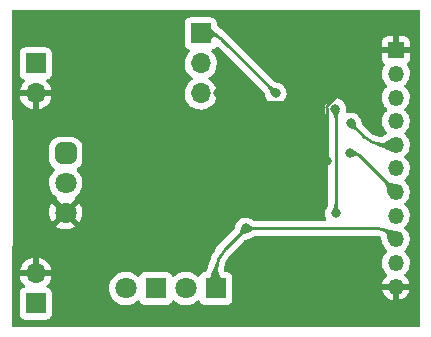
<source format=gbr>
%TF.GenerationSoftware,KiCad,Pcbnew,(6.0.6)*%
%TF.CreationDate,2022-07-12T11:31:36+01:00*%
%TF.ProjectId,c64 tape interface,63363420-7461-4706-9520-696e74657266,rev?*%
%TF.SameCoordinates,Original*%
%TF.FileFunction,Copper,L1,Top*%
%TF.FilePolarity,Positive*%
%FSLAX46Y46*%
G04 Gerber Fmt 4.6, Leading zero omitted, Abs format (unit mm)*
G04 Created by KiCad (PCBNEW (6.0.6)) date 2022-07-12 11:31:36*
%MOMM*%
%LPD*%
G01*
G04 APERTURE LIST*
G04 Aperture macros list*
%AMRoundRect*
0 Rectangle with rounded corners*
0 $1 Rounding radius*
0 $2 $3 $4 $5 $6 $7 $8 $9 X,Y pos of 4 corners*
0 Add a 4 corners polygon primitive as box body*
4,1,4,$2,$3,$4,$5,$6,$7,$8,$9,$2,$3,0*
0 Add four circle primitives for the rounded corners*
1,1,$1+$1,$2,$3*
1,1,$1+$1,$4,$5*
1,1,$1+$1,$6,$7*
1,1,$1+$1,$8,$9*
0 Add four rect primitives between the rounded corners*
20,1,$1+$1,$2,$3,$4,$5,0*
20,1,$1+$1,$4,$5,$6,$7,0*
20,1,$1+$1,$6,$7,$8,$9,0*
20,1,$1+$1,$8,$9,$2,$3,0*%
G04 Aperture macros list end*
%TA.AperFunction,ComponentPad*%
%ADD10R,1.700000X1.700000*%
%TD*%
%TA.AperFunction,ComponentPad*%
%ADD11O,1.700000X1.700000*%
%TD*%
%TA.AperFunction,ComponentPad*%
%ADD12R,1.800000X1.800000*%
%TD*%
%TA.AperFunction,ComponentPad*%
%ADD13C,1.800000*%
%TD*%
%TA.AperFunction,ComponentPad*%
%ADD14RoundRect,0.450000X0.450000X0.450000X-0.450000X0.450000X-0.450000X-0.450000X0.450000X-0.450000X0*%
%TD*%
%TA.AperFunction,ComponentPad*%
%ADD15R,1.350000X1.350000*%
%TD*%
%TA.AperFunction,ComponentPad*%
%ADD16O,1.350000X1.350000*%
%TD*%
%TA.AperFunction,ViaPad*%
%ADD17C,0.800000*%
%TD*%
%TA.AperFunction,Conductor*%
%ADD18C,0.250000*%
%TD*%
G04 APERTURE END LIST*
D10*
%TO.P,JP1,1,1*%
%TO.N,Net-(JP1-Pad1)*%
X124460000Y-43180000D03*
D11*
%TO.P,JP1,2,2*%
%TO.N,Net-(J3-Pad5)*%
X124460000Y-45720000D03*
%TO.P,JP1,3,3*%
%TO.N,Net-(JP1-Pad3)*%
X124460000Y-48260000D03*
%TD*%
D12*
%TO.P,D1,1,K*%
%TO.N,+5V*%
X125730000Y-64770000D03*
D13*
%TO.P,D1,2,A*%
%TO.N,Net-(D1-Pad2)*%
X123190000Y-64770000D03*
%TD*%
D10*
%TO.P,J1,1,In*%
%TO.N,Net-(C1-Pad2)*%
X110490000Y-66040000D03*
D11*
%TO.P,J1,2,Ext*%
%TO.N,GND*%
X110490000Y-63500000D03*
%TD*%
D10*
%TO.P,J2,1,In*%
%TO.N,Net-(C2-Pad2)*%
X110490000Y-45720000D03*
D11*
%TO.P,J2,2,Ext*%
%TO.N,GND*%
X110490000Y-48260000D03*
%TD*%
D14*
%TO.P,RV1,1,1*%
%TO.N,Net-(C2-Pad1)*%
X113030000Y-53340000D03*
D13*
%TO.P,RV1,2,2*%
%TO.N,Net-(R2-Pad1)*%
X113030000Y-55840000D03*
%TO.P,RV1,3,3*%
%TO.N,GND*%
X113030000Y-58340000D03*
%TD*%
D12*
%TO.P,D2,1,K*%
%TO.N,Net-(D2-Pad1)*%
X120650000Y-64770000D03*
D13*
%TO.P,D2,2,A*%
%TO.N,Net-(D2-Pad2)*%
X118110000Y-64770000D03*
%TD*%
D15*
%TO.P,J3,1,Pin_1*%
%TO.N,GND*%
X140970000Y-44610000D03*
D16*
%TO.P,J3,2,Pin_2*%
%TO.N,unconnected-(J3-Pad2)*%
X140970000Y-46610000D03*
%TO.P,J3,3,Pin_3*%
%TO.N,Net-(J3-Pad3)*%
X140970000Y-48610000D03*
%TO.P,J3,4,Pin_4*%
%TO.N,unconnected-(J3-Pad4)*%
X140970000Y-50610000D03*
%TO.P,J3,5,Pin_5*%
%TO.N,Net-(J3-Pad5)*%
X140970000Y-52610000D03*
%TO.P,J3,6,Pin_6*%
%TO.N,unconnected-(J3-Pad6)*%
X140970000Y-54610000D03*
%TO.P,J3,7,Pin_7*%
%TO.N,Net-(J3-Pad7)*%
X140970000Y-56610000D03*
%TO.P,J3,8,Pin_8*%
%TO.N,unconnected-(J3-Pad8)*%
X140970000Y-58610000D03*
%TO.P,J3,9,Pin_9*%
%TO.N,+5V*%
X140970000Y-60610000D03*
%TO.P,J3,10,Pin_10*%
%TO.N,unconnected-(J3-Pad10)*%
X140970000Y-62610000D03*
%TO.P,J3,11,Pin_11*%
%TO.N,GND*%
X140970000Y-64610000D03*
%TD*%
D17*
%TO.N,GND*%
X123190000Y-58420000D03*
X135255000Y-64135000D03*
X135165500Y-53975000D03*
X109855000Y-42545000D03*
X125909503Y-48260000D03*
X135890000Y-43180000D03*
X117475000Y-57785000D03*
X109855000Y-55880000D03*
%TO.N,+5V*%
X128270000Y-59690000D03*
%TO.N,Net-(J3-Pad5)*%
X137160000Y-50800000D03*
%TO.N,Net-(J3-Pad7)*%
X137121076Y-53301076D03*
%TO.N,Net-(JP1-Pad1)*%
X130810000Y-48260000D03*
%TO.N,Net-(R6-Pad1)*%
X135851076Y-49568924D03*
X135890000Y-58420000D03*
%TD*%
D18*
%TO.N,GND*%
X140377347Y-44610000D02*
X140970000Y-44610000D01*
X135126076Y-53907699D02*
X135126076Y-49469167D01*
X135551504Y-48843190D02*
X139365626Y-45029068D01*
X135145788Y-53955288D02*
X135165500Y-53975000D01*
X128237652Y-48985000D02*
X135209146Y-48985000D01*
X135551504Y-48843190D02*
X135267885Y-49126809D01*
X126487347Y-48260000D02*
X125909503Y-48260000D01*
X135209146Y-48985020D02*
G75*
G02*
X135267884Y-49126808I-46J-83080D01*
G01*
X135551488Y-48843174D02*
G75*
G02*
X135209146Y-48985000I-342388J342374D01*
G01*
X128237652Y-48985019D02*
G75*
G02*
X127362501Y-48622499I48J1237719D01*
G01*
X135126040Y-49469167D02*
G75*
G02*
X135267885Y-49126809I484160J-33D01*
G01*
X139365601Y-45029043D02*
G75*
G02*
X140377347Y-44610000I1011699J-1011757D01*
G01*
X135145783Y-53955293D02*
G75*
G02*
X135126076Y-53907699I47617J47593D01*
G01*
X126487347Y-48259951D02*
G75*
G02*
X127362500Y-48622500I-47J-1237649D01*
G01*
%TO.N,+5V*%
X128270000Y-59690000D02*
X126628025Y-61331974D01*
X125730000Y-63500000D02*
X125730000Y-64770000D01*
X128270000Y-59690000D02*
X139399461Y-59690000D01*
X140510000Y-60150000D02*
X140970000Y-60610000D01*
X125729985Y-63500000D02*
G75*
G02*
X126628026Y-61331975I3066015J0D01*
G01*
X139399461Y-59690016D02*
G75*
G02*
X140510000Y-60150000I39J-1570484D01*
G01*
%TO.N,Net-(J3-Pad5)*%
X138262893Y-51902893D02*
X137160000Y-50800000D01*
X139970000Y-52610000D02*
X140970000Y-52610000D01*
X139970000Y-52610003D02*
G75*
G02*
X138262894Y-51902892I0J2414203D01*
G01*
%TO.N,Net-(J3-Pad7)*%
X137391076Y-53301076D02*
X137121076Y-53301076D01*
X137851994Y-53491994D02*
X140970000Y-56610000D01*
X137391076Y-53301089D02*
G75*
G02*
X137851994Y-53491994I24J-651811D01*
G01*
%TO.N,Net-(JP1-Pad1)*%
X125095000Y-43180000D02*
X124460000Y-43180000D01*
X126179012Y-43629012D02*
X130810000Y-48260000D01*
X125095000Y-43179993D02*
G75*
G02*
X126179012Y-43629012I0J-1533007D01*
G01*
%TO.N,Net-(R6-Pad1)*%
X135851076Y-49568924D02*
X135870538Y-49588386D01*
X135890000Y-58420000D02*
X135890000Y-49635371D01*
X135890004Y-49635371D02*
G75*
G03*
X135870537Y-49588387I-66504J-29D01*
G01*
%TD*%
%TA.AperFunction,Conductor*%
%TO.N,+5V*%
G36*
X128451808Y-59333881D02*
G01*
X128506828Y-59362527D01*
X128514005Y-59366263D01*
X128514534Y-59366556D01*
X128573938Y-59401496D01*
X128574214Y-59401666D01*
X128626809Y-59434881D01*
X128626811Y-59434884D01*
X128626812Y-59434883D01*
X128675640Y-59465738D01*
X128723647Y-59493523D01*
X128723849Y-59493620D01*
X128723855Y-59493623D01*
X128754233Y-59508182D01*
X128773935Y-59517625D01*
X128829610Y-59537435D01*
X128829931Y-59537509D01*
X128829929Y-59537509D01*
X128893475Y-59552271D01*
X128893478Y-59552271D01*
X128893777Y-59552341D01*
X128894086Y-59552379D01*
X128894090Y-59552380D01*
X128938113Y-59557837D01*
X128969538Y-59561733D01*
X129016068Y-59563413D01*
X129048722Y-59564593D01*
X129056866Y-59568316D01*
X129060000Y-59576285D01*
X129060000Y-59803715D01*
X129056573Y-59811988D01*
X129048722Y-59815407D01*
X129025541Y-59816244D01*
X128969538Y-59818266D01*
X128938113Y-59822162D01*
X128894090Y-59827619D01*
X128894086Y-59827620D01*
X128893777Y-59827658D01*
X128893478Y-59827728D01*
X128893475Y-59827728D01*
X128855442Y-59836563D01*
X128829610Y-59842564D01*
X128773935Y-59862374D01*
X128773660Y-59862506D01*
X128723855Y-59886376D01*
X128723849Y-59886379D01*
X128723647Y-59886476D01*
X128675640Y-59914261D01*
X128626812Y-59945116D01*
X128574214Y-59978333D01*
X128573938Y-59978503D01*
X128523260Y-60008311D01*
X128514534Y-60013443D01*
X128514005Y-60013736D01*
X128451809Y-60046119D01*
X128442889Y-60046900D01*
X128438298Y-60044175D01*
X128070000Y-59690000D01*
X128369934Y-59401567D01*
X128438297Y-59335826D01*
X128446636Y-59332561D01*
X128451808Y-59333881D01*
G37*
%TD.AperFunction*%
%TD*%
%TA.AperFunction,Conductor*%
%TO.N,Net-(R6-Pad1)*%
G36*
X135841241Y-49377761D02*
G01*
X136219688Y-49702698D01*
X136223732Y-49710687D01*
X136222916Y-49715952D01*
X136194969Y-49785228D01*
X136194729Y-49785782D01*
X136164219Y-49851425D01*
X136164053Y-49851768D01*
X136134608Y-49909684D01*
X136134534Y-49909747D01*
X136134567Y-49909764D01*
X136106800Y-49963341D01*
X136081497Y-50015670D01*
X136059315Y-50070086D01*
X136040916Y-50129927D01*
X136040859Y-50130207D01*
X136040857Y-50130215D01*
X136034489Y-50161514D01*
X136026957Y-50198530D01*
X136018099Y-50279232D01*
X136018092Y-50279460D01*
X136018091Y-50279469D01*
X136015365Y-50364048D01*
X136011673Y-50372206D01*
X136003671Y-50375371D01*
X135776281Y-50375371D01*
X135768008Y-50371944D01*
X135764589Y-50364097D01*
X135764588Y-50364048D01*
X135761743Y-50285944D01*
X135760927Y-50279469D01*
X135752325Y-50211275D01*
X135752324Y-50211270D01*
X135752285Y-50210960D01*
X135737093Y-50147467D01*
X135716631Y-50092513D01*
X135691367Y-50043146D01*
X135661767Y-49996414D01*
X135628298Y-49949366D01*
X135599264Y-49909747D01*
X135591483Y-49899129D01*
X135591354Y-49898949D01*
X135551760Y-49842717D01*
X135551487Y-49842312D01*
X135513867Y-49783844D01*
X135512272Y-49775032D01*
X135514538Y-49770244D01*
X135557585Y-49715952D01*
X135824451Y-49379369D01*
X135832276Y-49375015D01*
X135841241Y-49377761D01*
G37*
%TD.AperFunction*%
%TD*%
%TA.AperFunction,Conductor*%
%TO.N,Net-(J3-Pad5)*%
G36*
X137529443Y-50668566D02*
G01*
X137537647Y-50672154D01*
X137540373Y-50676747D01*
X137561458Y-50743637D01*
X137561624Y-50744217D01*
X137578899Y-50810843D01*
X137578987Y-50811202D01*
X137592699Y-50871910D01*
X137592698Y-50871910D01*
X137592700Y-50871914D01*
X137605407Y-50928254D01*
X137619706Y-50981846D01*
X137619783Y-50982065D01*
X137619784Y-50982068D01*
X137638118Y-51034155D01*
X137638121Y-51034163D01*
X137638222Y-51034449D01*
X137663583Y-51087824D01*
X137663756Y-51088102D01*
X137663760Y-51088109D01*
X137698251Y-51143474D01*
X137698415Y-51143737D01*
X137698601Y-51143975D01*
X137698604Y-51143980D01*
X137745195Y-51203756D01*
X137745201Y-51203763D01*
X137745346Y-51203949D01*
X137759254Y-51218899D01*
X137799315Y-51261963D01*
X137802441Y-51270354D01*
X137799022Y-51278205D01*
X137638205Y-51439022D01*
X137629932Y-51442449D01*
X137621963Y-51439315D01*
X137591318Y-51410807D01*
X137563949Y-51385346D01*
X137563763Y-51385201D01*
X137563756Y-51385195D01*
X137503980Y-51338604D01*
X137503975Y-51338601D01*
X137503737Y-51338415D01*
X137503474Y-51338251D01*
X137448109Y-51303760D01*
X137448102Y-51303756D01*
X137447824Y-51303583D01*
X137394449Y-51278222D01*
X137394163Y-51278121D01*
X137394155Y-51278118D01*
X137342068Y-51259784D01*
X137342065Y-51259783D01*
X137341846Y-51259706D01*
X137288254Y-51245407D01*
X137231914Y-51232700D01*
X137231910Y-51232697D01*
X137231910Y-51232699D01*
X137171202Y-51218987D01*
X137170843Y-51218899D01*
X137104217Y-51201624D01*
X137103637Y-51201458D01*
X137036747Y-51180373D01*
X137029886Y-51174617D01*
X137028566Y-51169443D01*
X137018817Y-50670744D01*
X137022082Y-50662405D01*
X137030744Y-50658817D01*
X137529443Y-50668566D01*
G37*
%TD.AperFunction*%
%TD*%
%TA.AperFunction,Conductor*%
%TO.N,Net-(R6-Pad1)*%
G36*
X136011988Y-57633427D02*
G01*
X136015407Y-57641278D01*
X136018266Y-57720461D01*
X136027658Y-57796222D01*
X136042564Y-57860389D01*
X136062374Y-57916064D01*
X136086476Y-57966352D01*
X136114261Y-58014359D01*
X136114304Y-58014427D01*
X136114310Y-58014437D01*
X136145116Y-58063187D01*
X136145118Y-58063190D01*
X136178320Y-58115763D01*
X136178513Y-58116078D01*
X136213443Y-58175465D01*
X136213736Y-58175994D01*
X136246119Y-58238191D01*
X136246900Y-58247112D01*
X136244175Y-58251702D01*
X135898433Y-58611231D01*
X135890229Y-58614819D01*
X135881567Y-58611231D01*
X135535826Y-58251703D01*
X135532561Y-58243364D01*
X135533881Y-58238190D01*
X135566263Y-58175994D01*
X135566556Y-58175465D01*
X135601486Y-58116078D01*
X135601679Y-58115763D01*
X135634881Y-58063190D01*
X135634884Y-58063188D01*
X135634883Y-58063187D01*
X135665689Y-58014437D01*
X135665695Y-58014427D01*
X135665738Y-58014359D01*
X135693523Y-57966352D01*
X135717625Y-57916064D01*
X135737435Y-57860389D01*
X135752341Y-57796222D01*
X135761733Y-57720461D01*
X135764593Y-57641278D01*
X135768316Y-57633134D01*
X135776285Y-57630000D01*
X136003715Y-57630000D01*
X136011988Y-57633427D01*
G37*
%TD.AperFunction*%
%TD*%
%TA.AperFunction,Conductor*%
%TO.N,+5V*%
G36*
X140124507Y-59714745D02*
G01*
X140124585Y-59714768D01*
X140124596Y-59714771D01*
X140187854Y-59733063D01*
X140265590Y-59755542D01*
X140265713Y-59755572D01*
X140265723Y-59755575D01*
X140311029Y-59766738D01*
X140388055Y-59785717D01*
X140388154Y-59785738D01*
X140388160Y-59785739D01*
X140497331Y-59808479D01*
X140497339Y-59808480D01*
X140497394Y-59808492D01*
X140599104Y-59827093D01*
X140698541Y-59844719D01*
X140698723Y-59844752D01*
X140801423Y-59864632D01*
X140801794Y-59864710D01*
X140913164Y-59890038D01*
X140913626Y-59890153D01*
X141039307Y-59924175D01*
X141039773Y-59924312D01*
X141177578Y-59967824D01*
X141184435Y-59973583D01*
X141185750Y-59978641D01*
X141203463Y-60590186D01*
X141210531Y-60834231D01*
X141207345Y-60842600D01*
X141198718Y-60846269D01*
X140343171Y-60837596D01*
X140334933Y-60834086D01*
X140332061Y-60829183D01*
X140297576Y-60711327D01*
X140297304Y-60710189D01*
X140274959Y-60590540D01*
X140274849Y-60589832D01*
X140260752Y-60476177D01*
X140248805Y-60369142D01*
X140232865Y-60269487D01*
X140206746Y-60177616D01*
X140164262Y-60093934D01*
X140099229Y-60018848D01*
X140026832Y-59967824D01*
X140005942Y-59953101D01*
X140005939Y-59953099D01*
X140005459Y-59952761D01*
X139886666Y-59900439D01*
X139880476Y-59893969D01*
X139880338Y-59885869D01*
X139887740Y-59864710D01*
X139955513Y-59670957D01*
X139961479Y-59664280D01*
X139970231Y-59663713D01*
X140124507Y-59714745D01*
G37*
%TD.AperFunction*%
%TD*%
%TA.AperFunction,Conductor*%
%TO.N,Net-(J3-Pad7)*%
G36*
X137410081Y-53023959D02*
G01*
X137463290Y-53073387D01*
X137463297Y-53073393D01*
X137463452Y-53073537D01*
X137518260Y-53116862D01*
X137518440Y-53116983D01*
X137518447Y-53116988D01*
X137569624Y-53151359D01*
X137569788Y-53151469D01*
X137619485Y-53180616D01*
X137619571Y-53180663D01*
X137619578Y-53180667D01*
X137668795Y-53207565D01*
X137668870Y-53207607D01*
X137718952Y-53235456D01*
X137719369Y-53235699D01*
X137771738Y-53267719D01*
X137772343Y-53268116D01*
X137819877Y-53301497D01*
X137828548Y-53307587D01*
X137829218Y-53308095D01*
X137890808Y-53358321D01*
X137891422Y-53358858D01*
X137951417Y-53415180D01*
X137955102Y-53423339D01*
X137951681Y-53431981D01*
X137791004Y-53592658D01*
X137782731Y-53596085D01*
X137775234Y-53593367D01*
X137738294Y-53562535D01*
X137728760Y-53554577D01*
X137676977Y-53528580D01*
X137676173Y-53528430D01*
X137676169Y-53528429D01*
X137627974Y-53519455D01*
X137627973Y-53519455D01*
X137627173Y-53519306D01*
X137626365Y-53519381D01*
X137626364Y-53519381D01*
X137579055Y-53523776D01*
X137579052Y-53523777D01*
X137578434Y-53523834D01*
X137529841Y-53539244D01*
X137529484Y-53539413D01*
X137529479Y-53539415D01*
X137497453Y-53554577D01*
X137480476Y-53562614D01*
X137480328Y-53562696D01*
X137480317Y-53562702D01*
X137441844Y-53584113D01*
X137429423Y-53591025D01*
X137425307Y-53593367D01*
X137375964Y-53621441D01*
X137375575Y-53621653D01*
X137318993Y-53651069D01*
X137318169Y-53651457D01*
X137264899Y-53673937D01*
X137255945Y-53673996D01*
X137251406Y-53670699D01*
X136931413Y-53291198D01*
X136928700Y-53282665D01*
X136932816Y-53274712D01*
X136934768Y-53273379D01*
X137396528Y-53022253D01*
X137405433Y-53021311D01*
X137410081Y-53023959D01*
G37*
%TD.AperFunction*%
%TD*%
%TA.AperFunction,Conductor*%
%TO.N,+5V*%
G36*
X125970216Y-62645842D02*
G01*
X125977143Y-62651515D01*
X125978207Y-62659771D01*
X125923120Y-62889233D01*
X125904409Y-63093360D01*
X125904453Y-63093873D01*
X125904453Y-63093879D01*
X125915447Y-63221992D01*
X125919509Y-63269330D01*
X125963279Y-63425060D01*
X125963479Y-63425487D01*
X125963482Y-63425494D01*
X126015867Y-63537123D01*
X126030576Y-63568467D01*
X126116259Y-63707465D01*
X126215184Y-63849972D01*
X126322081Y-64003715D01*
X126322330Y-64004089D01*
X126422199Y-64161422D01*
X126431971Y-64176817D01*
X126432398Y-64177547D01*
X126535964Y-64370193D01*
X126536863Y-64379102D01*
X126534092Y-64383843D01*
X125738433Y-65211231D01*
X125730229Y-65214819D01*
X125721567Y-65211231D01*
X124925907Y-64383843D01*
X124925721Y-64383650D01*
X124922457Y-64375312D01*
X124923687Y-64370315D01*
X125027865Y-64161662D01*
X125027988Y-64161422D01*
X125124332Y-63979081D01*
X125124424Y-63978911D01*
X125211453Y-63820574D01*
X125211476Y-63820533D01*
X125291388Y-63676524D01*
X125291414Y-63676477D01*
X125349384Y-63568746D01*
X125366282Y-63537344D01*
X125366288Y-63537332D01*
X125366342Y-63537232D01*
X125438423Y-63393184D01*
X125509815Y-63234721D01*
X125582682Y-63052229D01*
X125640226Y-62889649D01*
X125659148Y-62836190D01*
X125659153Y-62836176D01*
X125659182Y-62836093D01*
X125737988Y-62587703D01*
X125743756Y-62580853D01*
X125752525Y-62580041D01*
X125970216Y-62645842D01*
G37*
%TD.AperFunction*%
%TD*%
%TA.AperFunction,Conductor*%
%TO.N,+5V*%
G36*
X128402407Y-60009661D02*
G01*
X128402364Y-60011868D01*
X128401434Y-60059443D01*
X128397846Y-60067647D01*
X128393253Y-60070373D01*
X128326376Y-60091454D01*
X128325795Y-60091621D01*
X128259126Y-60108907D01*
X128258775Y-60108992D01*
X128198090Y-60122698D01*
X128198090Y-60122697D01*
X128198087Y-60122698D01*
X128141745Y-60135407D01*
X128088153Y-60149706D01*
X128087934Y-60149783D01*
X128087931Y-60149784D01*
X128035844Y-60168118D01*
X128035836Y-60168121D01*
X128035550Y-60168222D01*
X127982175Y-60193582D01*
X127981897Y-60193755D01*
X127981890Y-60193759D01*
X127926525Y-60228250D01*
X127926262Y-60228414D01*
X127926024Y-60228600D01*
X127926019Y-60228603D01*
X127866243Y-60275194D01*
X127866236Y-60275200D01*
X127866050Y-60275345D01*
X127836807Y-60302550D01*
X127808037Y-60329314D01*
X127799646Y-60332440D01*
X127791795Y-60329021D01*
X127630977Y-60168204D01*
X127627550Y-60159931D01*
X127630683Y-60151964D01*
X127684653Y-60093949D01*
X127684798Y-60093763D01*
X127684804Y-60093756D01*
X127731395Y-60033980D01*
X127731398Y-60033975D01*
X127731584Y-60033737D01*
X127731748Y-60033474D01*
X127766239Y-59978109D01*
X127766243Y-59978102D01*
X127766416Y-59977824D01*
X127791777Y-59924449D01*
X127791878Y-59924163D01*
X127791881Y-59924155D01*
X127810215Y-59872068D01*
X127810216Y-59872065D01*
X127810293Y-59871846D01*
X127824592Y-59818254D01*
X127837299Y-59761914D01*
X127837302Y-59761910D01*
X127837300Y-59761910D01*
X127851012Y-59701202D01*
X127851100Y-59700843D01*
X127868375Y-59634218D01*
X127868541Y-59633637D01*
X127889627Y-59566746D01*
X127895383Y-59559886D01*
X127900557Y-59558566D01*
X128010092Y-59556424D01*
X128411421Y-59548579D01*
X128402407Y-60009661D01*
G37*
%TD.AperFunction*%
%TD*%
%TA.AperFunction,Conductor*%
%TO.N,Net-(J3-Pad7)*%
G36*
X140115585Y-55578055D02*
G01*
X140223842Y-55676424D01*
X140224090Y-55676649D01*
X140331072Y-55753344D01*
X140331420Y-55753527D01*
X140331424Y-55753530D01*
X140430878Y-55805976D01*
X140431248Y-55806171D01*
X140431641Y-55806312D01*
X140431644Y-55806313D01*
X140469074Y-55819714D01*
X140527588Y-55840663D01*
X140588530Y-55854507D01*
X140622854Y-55862304D01*
X140622858Y-55862305D01*
X140623066Y-55862352D01*
X140623280Y-55862384D01*
X140623282Y-55862384D01*
X140634829Y-55864090D01*
X140720652Y-55876770D01*
X140823186Y-55889434D01*
X140823437Y-55889468D01*
X140866011Y-55895802D01*
X140933685Y-55905872D01*
X140934389Y-55905999D01*
X141055313Y-55931625D01*
X141056244Y-55931863D01*
X141183345Y-55969936D01*
X141190286Y-55975592D01*
X141191685Y-55980913D01*
X141195334Y-56167588D01*
X141208410Y-56836483D01*
X141205145Y-56844822D01*
X141196483Y-56848410D01*
X140827900Y-56841205D01*
X140340913Y-56831685D01*
X140332710Y-56828097D01*
X140329935Y-56823344D01*
X140291863Y-56696244D01*
X140291625Y-56695313D01*
X140265999Y-56574389D01*
X140265872Y-56573685D01*
X140249470Y-56463455D01*
X140249431Y-56463167D01*
X140236781Y-56360744D01*
X140236770Y-56360652D01*
X140222352Y-56263066D01*
X140200663Y-56167588D01*
X140166171Y-56071248D01*
X140113344Y-55971072D01*
X140066694Y-55905999D01*
X140036842Y-55864359D01*
X140036841Y-55864357D01*
X140036649Y-55864090D01*
X140035026Y-55862304D01*
X139938055Y-55755585D01*
X139935027Y-55747158D01*
X139938441Y-55739444D01*
X140099444Y-55578441D01*
X140107717Y-55575014D01*
X140115585Y-55578055D01*
G37*
%TD.AperFunction*%
%TD*%
%TA.AperFunction,Conductor*%
%TO.N,Net-(J3-Pad5)*%
G36*
X140681875Y-52008366D02*
G01*
X141129716Y-52439033D01*
X141298731Y-52601567D01*
X141302319Y-52609771D01*
X141298731Y-52618433D01*
X141276625Y-52639691D01*
X140681683Y-53211818D01*
X140673344Y-53215083D01*
X140668417Y-53213888D01*
X140664201Y-53211818D01*
X140510151Y-53136193D01*
X140369011Y-53065492D01*
X140245254Y-53003352D01*
X140131781Y-52947730D01*
X140131770Y-52947725D01*
X140131741Y-52947711D01*
X140060557Y-52914698D01*
X140021490Y-52896580D01*
X140021443Y-52896560D01*
X140021432Y-52896555D01*
X139907357Y-52847893D01*
X139907282Y-52847861D01*
X139907215Y-52847835D01*
X139907195Y-52847827D01*
X139782168Y-52799570D01*
X139782157Y-52799566D01*
X139782056Y-52799527D01*
X139638711Y-52749534D01*
X139571497Y-52728123D01*
X139470233Y-52695866D01*
X139470202Y-52695856D01*
X139470147Y-52695839D01*
X139280394Y-52639691D01*
X139273433Y-52634058D01*
X139272468Y-52625243D01*
X139335190Y-52406783D01*
X139340767Y-52399777D01*
X139349075Y-52398613D01*
X139523665Y-52439033D01*
X139578563Y-52444450D01*
X139681345Y-52454592D01*
X139681350Y-52454592D01*
X139681815Y-52454638D01*
X139751129Y-52450419D01*
X139818118Y-52446341D01*
X139818122Y-52446340D01*
X139818622Y-52446310D01*
X139819114Y-52446193D01*
X139939549Y-52417548D01*
X139939555Y-52417546D01*
X139940005Y-52417439D01*
X140051880Y-52371411D01*
X140160166Y-52311615D01*
X140270780Y-52241437D01*
X140389477Y-52164373D01*
X140389771Y-52164188D01*
X140522379Y-52083667D01*
X140522981Y-52083326D01*
X140556059Y-52065828D01*
X140668295Y-52006457D01*
X140677209Y-52005618D01*
X140681875Y-52008366D01*
G37*
%TD.AperFunction*%
%TD*%
%TA.AperFunction,Conductor*%
%TO.N,Net-(JP1-Pad1)*%
G36*
X130348037Y-47620685D02*
G01*
X130378812Y-47649314D01*
X130406050Y-47674653D01*
X130406236Y-47674798D01*
X130406243Y-47674804D01*
X130466019Y-47721395D01*
X130466024Y-47721398D01*
X130466262Y-47721584D01*
X130466523Y-47721747D01*
X130466525Y-47721748D01*
X130521890Y-47756239D01*
X130521897Y-47756243D01*
X130522175Y-47756416D01*
X130575550Y-47781777D01*
X130575836Y-47781878D01*
X130575844Y-47781881D01*
X130627931Y-47800215D01*
X130628153Y-47800293D01*
X130681745Y-47814592D01*
X130738085Y-47827299D01*
X130738089Y-47827302D01*
X130738089Y-47827300D01*
X130798797Y-47841012D01*
X130799156Y-47841100D01*
X130865781Y-47858375D01*
X130866362Y-47858541D01*
X130933254Y-47879627D01*
X130940114Y-47885383D01*
X130941434Y-47890557D01*
X130951183Y-48389256D01*
X130947918Y-48397595D01*
X130939256Y-48401183D01*
X130440557Y-48391434D01*
X130432353Y-48387846D01*
X130429627Y-48383254D01*
X130408541Y-48316362D01*
X130408375Y-48315781D01*
X130391100Y-48249156D01*
X130391012Y-48248797D01*
X130377300Y-48188089D01*
X130377301Y-48188089D01*
X130377299Y-48188085D01*
X130364623Y-48131883D01*
X130364592Y-48131745D01*
X130350293Y-48078153D01*
X130350215Y-48077931D01*
X130331881Y-48025844D01*
X130331878Y-48025836D01*
X130331777Y-48025550D01*
X130306416Y-47972175D01*
X130306243Y-47971897D01*
X130306239Y-47971890D01*
X130271748Y-47916525D01*
X130271747Y-47916523D01*
X130271584Y-47916262D01*
X130247516Y-47885383D01*
X130224804Y-47856243D01*
X130224798Y-47856236D01*
X130224653Y-47856050D01*
X130186085Y-47814592D01*
X130170685Y-47798037D01*
X130167559Y-47789646D01*
X130170978Y-47781795D01*
X130331795Y-47620978D01*
X130340068Y-47617551D01*
X130348037Y-47620685D01*
G37*
%TD.AperFunction*%
%TD*%
%TA.AperFunction,Conductor*%
%TO.N,Net-(JP1-Pad1)*%
G36*
X125017050Y-42537829D02*
G01*
X125148486Y-42647758D01*
X125267741Y-42744017D01*
X125267772Y-42744041D01*
X125373438Y-42826332D01*
X125373445Y-42826337D01*
X125470774Y-42899926D01*
X125564894Y-42969981D01*
X125564907Y-42969991D01*
X125661019Y-43041739D01*
X125661108Y-43041807D01*
X125764172Y-43120288D01*
X125764308Y-43120392D01*
X125879857Y-43211085D01*
X125880006Y-43211205D01*
X126012924Y-43319085D01*
X126013065Y-43319201D01*
X126159777Y-43442134D01*
X126163918Y-43450074D01*
X126161178Y-43458679D01*
X126064552Y-43572357D01*
X126013790Y-43632077D01*
X126005821Y-43636161D01*
X125998173Y-43634090D01*
X125868898Y-43543757D01*
X125868895Y-43543755D01*
X125868299Y-43543339D01*
X125742114Y-43495774D01*
X125663330Y-43491778D01*
X125625825Y-43489876D01*
X125624956Y-43489832D01*
X125624113Y-43490044D01*
X125624111Y-43490044D01*
X125514058Y-43517695D01*
X125514054Y-43517696D01*
X125513443Y-43517850D01*
X125404191Y-43572167D01*
X125403907Y-43572355D01*
X125403903Y-43572357D01*
X125320431Y-43627531D01*
X125293816Y-43645123D01*
X125293708Y-43645202D01*
X125179028Y-43728987D01*
X125178904Y-43729077D01*
X125056467Y-43816089D01*
X125055843Y-43816503D01*
X124922658Y-43898875D01*
X124921539Y-43899485D01*
X124781314Y-43966342D01*
X124772372Y-43966809D01*
X124767573Y-43963597D01*
X124342452Y-43490044D01*
X124045392Y-43159140D01*
X124042415Y-43150695D01*
X124046282Y-43142619D01*
X124047842Y-43141438D01*
X124676012Y-42743989D01*
X125003290Y-42536918D01*
X125012113Y-42535390D01*
X125017050Y-42537829D01*
G37*
%TD.AperFunction*%
%TD*%
%TA.AperFunction,Conductor*%
%TO.N,GND*%
G36*
X142943621Y-41168502D02*
G01*
X142990114Y-41222158D01*
X143001500Y-41274500D01*
X143001500Y-67945500D01*
X142981498Y-68013621D01*
X142927842Y-68060114D01*
X142875500Y-68071500D01*
X108584500Y-68071500D01*
X108516379Y-68051498D01*
X108469886Y-67997842D01*
X108458500Y-67945500D01*
X108458500Y-66938134D01*
X109131500Y-66938134D01*
X109138255Y-67000316D01*
X109189385Y-67136705D01*
X109276739Y-67253261D01*
X109393295Y-67340615D01*
X109529684Y-67391745D01*
X109591866Y-67398500D01*
X111388134Y-67398500D01*
X111450316Y-67391745D01*
X111586705Y-67340615D01*
X111703261Y-67253261D01*
X111790615Y-67136705D01*
X111841745Y-67000316D01*
X111848500Y-66938134D01*
X111848500Y-65141866D01*
X111841745Y-65079684D01*
X111790615Y-64943295D01*
X111703261Y-64826739D01*
X111586705Y-64739385D01*
X111576259Y-64735469D01*
X116697095Y-64735469D01*
X116697392Y-64740622D01*
X116697392Y-64740625D01*
X116704735Y-64867973D01*
X116710427Y-64966697D01*
X116711564Y-64971743D01*
X116711565Y-64971749D01*
X116734222Y-65072285D01*
X116761346Y-65192642D01*
X116763288Y-65197424D01*
X116763289Y-65197428D01*
X116795958Y-65277882D01*
X116848484Y-65407237D01*
X116969501Y-65604719D01*
X117121147Y-65779784D01*
X117299349Y-65927730D01*
X117499322Y-66044584D01*
X117715694Y-66127209D01*
X117720760Y-66128240D01*
X117720761Y-66128240D01*
X117773846Y-66139040D01*
X117942656Y-66173385D01*
X118072089Y-66178131D01*
X118168949Y-66181683D01*
X118168953Y-66181683D01*
X118174113Y-66181872D01*
X118179233Y-66181216D01*
X118179235Y-66181216D01*
X118253166Y-66171745D01*
X118403847Y-66152442D01*
X118408795Y-66150957D01*
X118408802Y-66150956D01*
X118620747Y-66087369D01*
X118625690Y-66085886D01*
X118706236Y-66046427D01*
X118829049Y-65986262D01*
X118829052Y-65986260D01*
X118833684Y-65983991D01*
X119022243Y-65849494D01*
X119067309Y-65804585D01*
X119129681Y-65770669D01*
X119200487Y-65775857D01*
X119257249Y-65818503D01*
X119274231Y-65849607D01*
X119299385Y-65916705D01*
X119386739Y-66033261D01*
X119503295Y-66120615D01*
X119639684Y-66171745D01*
X119701866Y-66178500D01*
X121598134Y-66178500D01*
X121660316Y-66171745D01*
X121796705Y-66120615D01*
X121913261Y-66033261D01*
X122000615Y-65916705D01*
X122025180Y-65851178D01*
X122067822Y-65794414D01*
X122134383Y-65769714D01*
X122203732Y-65784921D01*
X122223647Y-65798464D01*
X122288724Y-65852492D01*
X122379349Y-65927730D01*
X122579322Y-66044584D01*
X122795694Y-66127209D01*
X122800760Y-66128240D01*
X122800761Y-66128240D01*
X122853846Y-66139040D01*
X123022656Y-66173385D01*
X123152089Y-66178131D01*
X123248949Y-66181683D01*
X123248953Y-66181683D01*
X123254113Y-66181872D01*
X123259233Y-66181216D01*
X123259235Y-66181216D01*
X123333166Y-66171745D01*
X123483847Y-66152442D01*
X123488795Y-66150957D01*
X123488802Y-66150956D01*
X123700747Y-66087369D01*
X123705690Y-66085886D01*
X123786236Y-66046427D01*
X123909049Y-65986262D01*
X123909052Y-65986260D01*
X123913684Y-65983991D01*
X124102243Y-65849494D01*
X124147309Y-65804585D01*
X124209681Y-65770669D01*
X124280487Y-65775857D01*
X124337249Y-65818503D01*
X124354231Y-65849607D01*
X124379385Y-65916705D01*
X124466739Y-66033261D01*
X124583295Y-66120615D01*
X124719684Y-66171745D01*
X124781866Y-66178500D01*
X126678134Y-66178500D01*
X126740316Y-66171745D01*
X126876705Y-66120615D01*
X126993261Y-66033261D01*
X127080615Y-65916705D01*
X127131745Y-65780316D01*
X127138500Y-65718134D01*
X127138500Y-64876962D01*
X139817158Y-64876962D01*
X139848656Y-65000985D01*
X139852497Y-65011832D01*
X139938685Y-65198789D01*
X139944436Y-65208750D01*
X140063254Y-65376873D01*
X140070720Y-65385615D01*
X140218191Y-65529275D01*
X140227124Y-65536509D01*
X140398299Y-65650884D01*
X140408409Y-65656374D01*
X140597566Y-65737642D01*
X140608499Y-65741194D01*
X140698332Y-65761521D01*
X140712405Y-65760632D01*
X140716000Y-65751233D01*
X140716000Y-65750512D01*
X141224000Y-65750512D01*
X141227966Y-65764018D01*
X141241883Y-65766011D01*
X141252817Y-65763386D01*
X141447763Y-65697210D01*
X141458272Y-65692531D01*
X141637882Y-65591944D01*
X141647375Y-65585420D01*
X141805653Y-65453782D01*
X141813782Y-65445653D01*
X141945420Y-65287375D01*
X141951944Y-65277882D01*
X142052531Y-65098272D01*
X142057210Y-65087763D01*
X142123386Y-64892817D01*
X142126017Y-64881857D01*
X142124040Y-64867992D01*
X142110474Y-64864000D01*
X141242115Y-64864000D01*
X141226876Y-64868475D01*
X141225671Y-64869865D01*
X141224000Y-64877548D01*
X141224000Y-65750512D01*
X140716000Y-65750512D01*
X140716000Y-64882115D01*
X140711525Y-64866876D01*
X140710135Y-64865671D01*
X140702452Y-64864000D01*
X139831981Y-64864000D01*
X139818450Y-64867973D01*
X139817158Y-64876962D01*
X127138500Y-64876962D01*
X127138500Y-63821866D01*
X127131745Y-63759684D01*
X127080615Y-63623295D01*
X126993261Y-63506739D01*
X126876705Y-63419385D01*
X126740316Y-63368255D01*
X126678134Y-63361500D01*
X126580738Y-63361500D01*
X126512617Y-63341498D01*
X126466673Y-63289027D01*
X126450569Y-63254710D01*
X126443334Y-63235277D01*
X126443027Y-63234183D01*
X126430201Y-63188549D01*
X126425964Y-63165236D01*
X126420881Y-63105991D01*
X126420946Y-63083720D01*
X126430259Y-62982106D01*
X126433214Y-62964193D01*
X126477234Y-62780834D01*
X126477238Y-62780815D01*
X126477520Y-62779641D01*
X126479744Y-62768470D01*
X126482239Y-62758208D01*
X126498036Y-62703378D01*
X126502700Y-62690050D01*
X126601682Y-62451091D01*
X126607812Y-62438360D01*
X126732921Y-62211997D01*
X126740439Y-62200034D01*
X126890100Y-61989108D01*
X126898910Y-61978060D01*
X126912675Y-61962658D01*
X126971115Y-61897265D01*
X127048565Y-61810600D01*
X127065811Y-61794599D01*
X127068483Y-61792549D01*
X127068487Y-61792545D01*
X127074512Y-61787922D01*
X127096496Y-61760482D01*
X127105735Y-61750168D01*
X128126383Y-60729521D01*
X128143659Y-60715088D01*
X128154097Y-60707847D01*
X128157796Y-60705281D01*
X128195381Y-60670316D01*
X128203731Y-60663202D01*
X128208619Y-60659392D01*
X128253598Y-60637028D01*
X128262106Y-60634758D01*
X128266853Y-60633589D01*
X128311078Y-60623613D01*
X128311320Y-60623558D01*
X128311448Y-60623529D01*
X128371779Y-60609904D01*
X128371835Y-60609891D01*
X128371897Y-60609877D01*
X128379634Y-60608067D01*
X128379985Y-60607982D01*
X128381285Y-60607656D01*
X128387607Y-60606071D01*
X128387657Y-60606058D01*
X128388005Y-60605971D01*
X128388333Y-60605886D01*
X128454286Y-60588786D01*
X128454345Y-60588770D01*
X128454674Y-60588685D01*
X128454982Y-60588601D01*
X128455049Y-60588583D01*
X128462036Y-60586673D01*
X128467649Y-60585139D01*
X128468230Y-60584972D01*
X128480754Y-60581199D01*
X128481123Y-60581083D01*
X128481161Y-60581071D01*
X128544154Y-60561214D01*
X128547631Y-60560118D01*
X128549055Y-60559481D01*
X128552288Y-60558794D01*
X128645840Y-60517142D01*
X128655392Y-60513349D01*
X128684701Y-60503073D01*
X128684715Y-60503067D01*
X128688950Y-60501582D01*
X128701673Y-60494958D01*
X128750782Y-60469389D01*
X128750833Y-60469362D01*
X128751146Y-60469199D01*
X128762806Y-60462936D01*
X128763335Y-60462643D01*
X128774869Y-60456058D01*
X128834273Y-60421118D01*
X128843239Y-60415721D01*
X128843515Y-60415551D01*
X128848403Y-60412502D01*
X128901001Y-60379285D01*
X128901121Y-60379209D01*
X128939442Y-60354994D01*
X128943591Y-60352483D01*
X128951252Y-60348049D01*
X128998850Y-60332062D01*
X129005011Y-60331299D01*
X129015951Y-60330425D01*
X129059644Y-60328848D01*
X129065839Y-60328624D01*
X129065842Y-60328624D01*
X129067250Y-60328573D01*
X129068640Y-60328461D01*
X129068652Y-60328460D01*
X129104926Y-60325529D01*
X129112803Y-60324893D01*
X129112902Y-60324866D01*
X129128537Y-60323500D01*
X139349457Y-60323500D01*
X139365900Y-60324578D01*
X139392794Y-60328118D01*
X139408073Y-60326431D01*
X139431782Y-60326058D01*
X139536178Y-60334272D01*
X139555699Y-60337363D01*
X139600216Y-60348050D01*
X139647329Y-60359360D01*
X139708899Y-60394711D01*
X139741583Y-60457737D01*
X139743139Y-60467901D01*
X139746899Y-60501582D01*
X139750421Y-60533139D01*
X139751157Y-60539384D01*
X139765254Y-60653039D01*
X139767437Y-60668667D01*
X139767547Y-60669375D01*
X139770186Y-60684809D01*
X139770255Y-60685180D01*
X139770264Y-60685229D01*
X139777043Y-60721527D01*
X139792531Y-60804458D01*
X139797872Y-60829561D01*
X139798144Y-60830699D01*
X139804740Y-60855532D01*
X139804949Y-60856247D01*
X139804957Y-60856275D01*
X139815500Y-60892305D01*
X139839225Y-60973388D01*
X139840757Y-60976939D01*
X139842065Y-60980568D01*
X139841839Y-60980649D01*
X139846323Y-60993831D01*
X139849605Y-61006753D01*
X139940668Y-61204285D01*
X139944001Y-61209001D01*
X140062022Y-61375996D01*
X140066204Y-61381914D01*
X140070346Y-61385949D01*
X140209741Y-61521741D01*
X140244579Y-61583602D01*
X140240442Y-61654478D01*
X140204899Y-61706726D01*
X140107842Y-61791842D01*
X139973181Y-61962658D01*
X139871905Y-62155154D01*
X139870192Y-62160671D01*
X139813098Y-62344542D01*
X139807403Y-62362882D01*
X139781837Y-62578887D01*
X139796063Y-62795933D01*
X139797484Y-62801529D01*
X139797485Y-62801534D01*
X139838796Y-62964193D01*
X139849605Y-63006753D01*
X139940668Y-63204285D01*
X139944001Y-63209001D01*
X140052038Y-63361869D01*
X140066204Y-63381914D01*
X140210102Y-63522093D01*
X140244938Y-63583952D01*
X140240801Y-63654828D01*
X140205256Y-63707077D01*
X140112552Y-63788376D01*
X140104630Y-63796724D01*
X139977180Y-63958394D01*
X139970909Y-63968050D01*
X139875060Y-64150229D01*
X139870655Y-64160863D01*
X139815436Y-64338700D01*
X139815218Y-64352799D01*
X139821950Y-64356000D01*
X142109485Y-64356000D01*
X142123016Y-64352027D01*
X142124185Y-64343892D01*
X142080725Y-64189794D01*
X142076603Y-64179055D01*
X141985549Y-63994417D01*
X141979538Y-63984608D01*
X141856360Y-63819651D01*
X141848671Y-63811111D01*
X141730691Y-63702052D01*
X141694246Y-63641123D01*
X141696527Y-63570163D01*
X141735650Y-63512653D01*
X141749231Y-63501358D01*
X141810446Y-63450446D01*
X141949532Y-63283213D01*
X142055813Y-63093435D01*
X142057669Y-63087968D01*
X142057671Y-63087963D01*
X142123874Y-62892935D01*
X142123875Y-62892930D01*
X142125730Y-62887466D01*
X142156941Y-62672205D01*
X142158570Y-62610000D01*
X142138667Y-62393400D01*
X142079626Y-62184055D01*
X141983423Y-61988974D01*
X141941304Y-61932569D01*
X141856733Y-61819315D01*
X141856732Y-61819314D01*
X141853280Y-61814691D01*
X141848855Y-61810600D01*
X141731078Y-61701729D01*
X141694633Y-61640800D01*
X141696914Y-61569840D01*
X141736038Y-61512330D01*
X141806008Y-61454137D01*
X141810446Y-61450446D01*
X141949532Y-61283213D01*
X142041102Y-61119703D01*
X142052989Y-61098478D01*
X142052990Y-61098476D01*
X142055813Y-61093435D01*
X142057669Y-61087968D01*
X142057671Y-61087963D01*
X142123874Y-60892935D01*
X142123875Y-60892930D01*
X142125730Y-60887466D01*
X142156941Y-60672205D01*
X142158570Y-60610000D01*
X142138667Y-60393400D01*
X142122211Y-60335049D01*
X142081195Y-60189619D01*
X142079626Y-60184055D01*
X141983423Y-59988974D01*
X141853280Y-59814691D01*
X141731078Y-59701729D01*
X141694633Y-59640800D01*
X141696914Y-59569840D01*
X141736038Y-59512330D01*
X141739355Y-59509572D01*
X141810446Y-59450446D01*
X141949532Y-59283213D01*
X142038313Y-59124684D01*
X142052989Y-59098478D01*
X142052990Y-59098476D01*
X142055813Y-59093435D01*
X142057669Y-59087968D01*
X142057671Y-59087963D01*
X142123874Y-58892935D01*
X142123875Y-58892930D01*
X142125730Y-58887466D01*
X142156941Y-58672205D01*
X142158570Y-58610000D01*
X142138667Y-58393400D01*
X142124556Y-58343364D01*
X142081195Y-58189619D01*
X142079626Y-58184055D01*
X141983423Y-57988974D01*
X141973333Y-57975461D01*
X141856733Y-57819315D01*
X141856732Y-57819314D01*
X141853280Y-57814691D01*
X141825487Y-57788999D01*
X141749207Y-57718487D01*
X141731078Y-57701729D01*
X141694633Y-57640800D01*
X141696914Y-57569840D01*
X141736038Y-57512330D01*
X141806008Y-57454137D01*
X141810446Y-57450446D01*
X141949532Y-57283213D01*
X142055813Y-57093435D01*
X142057669Y-57087968D01*
X142057671Y-57087963D01*
X142123874Y-56892935D01*
X142123875Y-56892930D01*
X142125730Y-56887466D01*
X142156941Y-56672205D01*
X142158570Y-56610000D01*
X142138667Y-56393400D01*
X142130636Y-56364922D01*
X142081195Y-56189619D01*
X142079626Y-56184055D01*
X141983423Y-55988974D01*
X141853280Y-55814691D01*
X141848882Y-55810625D01*
X141731078Y-55701729D01*
X141694633Y-55640800D01*
X141696914Y-55569840D01*
X141736038Y-55512330D01*
X141806008Y-55454137D01*
X141810446Y-55450446D01*
X141949532Y-55283213D01*
X142028672Y-55141899D01*
X142052989Y-55098478D01*
X142052990Y-55098476D01*
X142055813Y-55093435D01*
X142057669Y-55087968D01*
X142057671Y-55087963D01*
X142123874Y-54892935D01*
X142123875Y-54892930D01*
X142125730Y-54887466D01*
X142156941Y-54672205D01*
X142158570Y-54610000D01*
X142138667Y-54393400D01*
X142079626Y-54184055D01*
X141983423Y-53988974D01*
X141962244Y-53960611D01*
X141856733Y-53819315D01*
X141856732Y-53819314D01*
X141853280Y-53814691D01*
X141767414Y-53735317D01*
X141731078Y-53701729D01*
X141694633Y-53640800D01*
X141696914Y-53569840D01*
X141736038Y-53512330D01*
X141794610Y-53463617D01*
X141810446Y-53450446D01*
X141949532Y-53283213D01*
X142055813Y-53093435D01*
X142057669Y-53087968D01*
X142057671Y-53087963D01*
X142123874Y-52892935D01*
X142123875Y-52892930D01*
X142125730Y-52887466D01*
X142156941Y-52672205D01*
X142158570Y-52610000D01*
X142138667Y-52393400D01*
X142129976Y-52362582D01*
X142081195Y-52189619D01*
X142079626Y-52184055D01*
X141983423Y-51988974D01*
X141938966Y-51929438D01*
X141856733Y-51819315D01*
X141856732Y-51819314D01*
X141853280Y-51814691D01*
X141765536Y-51733581D01*
X141756679Y-51725394D01*
X141731078Y-51701729D01*
X141694633Y-51640800D01*
X141696914Y-51569840D01*
X141736038Y-51512330D01*
X141776275Y-51478866D01*
X141810446Y-51450446D01*
X141949532Y-51283213D01*
X142055813Y-51093435D01*
X142057669Y-51087968D01*
X142057671Y-51087963D01*
X142123874Y-50892935D01*
X142123875Y-50892930D01*
X142125730Y-50887466D01*
X142156941Y-50672205D01*
X142158570Y-50610000D01*
X142138667Y-50393400D01*
X142119794Y-50326479D01*
X142098431Y-50250733D01*
X142079626Y-50184055D01*
X141983423Y-49988974D01*
X141951485Y-49946203D01*
X141856733Y-49819315D01*
X141856732Y-49819314D01*
X141853280Y-49814691D01*
X141799671Y-49765135D01*
X141731078Y-49701729D01*
X141694633Y-49640800D01*
X141696914Y-49569840D01*
X141736038Y-49512330D01*
X141806008Y-49454137D01*
X141810446Y-49450446D01*
X141949532Y-49283213D01*
X142055813Y-49093435D01*
X142057669Y-49087968D01*
X142057671Y-49087963D01*
X142123874Y-48892935D01*
X142123875Y-48892930D01*
X142125730Y-48887466D01*
X142156941Y-48672205D01*
X142158570Y-48610000D01*
X142138667Y-48393400D01*
X142134335Y-48378038D01*
X142090204Y-48221562D01*
X142079626Y-48184055D01*
X141983423Y-47988974D01*
X141861632Y-47825875D01*
X141856733Y-47819315D01*
X141856732Y-47819314D01*
X141853280Y-47814691D01*
X141820739Y-47784610D01*
X141731078Y-47701729D01*
X141694633Y-47640800D01*
X141696914Y-47569840D01*
X141736038Y-47512330D01*
X141806008Y-47454137D01*
X141810446Y-47450446D01*
X141949532Y-47283213D01*
X142039758Y-47122104D01*
X142052989Y-47098478D01*
X142052990Y-47098476D01*
X142055813Y-47093435D01*
X142057669Y-47087968D01*
X142057671Y-47087963D01*
X142123874Y-46892935D01*
X142123875Y-46892930D01*
X142125730Y-46887466D01*
X142156941Y-46672205D01*
X142158570Y-46610000D01*
X142138667Y-46393400D01*
X142079626Y-46184055D01*
X141983423Y-45988974D01*
X141979967Y-45984346D01*
X141979964Y-45984341D01*
X141904166Y-45882834D01*
X141879434Y-45816285D01*
X141894609Y-45746929D01*
X141929559Y-45706620D01*
X142000724Y-45653285D01*
X142013285Y-45640724D01*
X142089786Y-45538649D01*
X142098324Y-45523054D01*
X142143478Y-45402606D01*
X142147105Y-45387351D01*
X142152631Y-45336486D01*
X142153000Y-45329672D01*
X142153000Y-44882115D01*
X142148525Y-44866876D01*
X142147135Y-44865671D01*
X142139452Y-44864000D01*
X139805116Y-44864000D01*
X139789877Y-44868475D01*
X139788672Y-44869865D01*
X139787001Y-44877548D01*
X139787001Y-45329669D01*
X139787371Y-45336490D01*
X139792895Y-45387352D01*
X139796521Y-45402604D01*
X139841676Y-45523054D01*
X139850214Y-45538649D01*
X139926715Y-45640724D01*
X139939275Y-45653284D01*
X140010578Y-45706722D01*
X140053094Y-45763581D01*
X140058120Y-45834400D01*
X140033964Y-45885555D01*
X139973181Y-45962658D01*
X139871905Y-46155154D01*
X139807403Y-46362882D01*
X139781837Y-46578887D01*
X139796063Y-46795933D01*
X139797484Y-46801529D01*
X139797485Y-46801534D01*
X139829117Y-46926081D01*
X139849605Y-47006753D01*
X139852022Y-47011996D01*
X139879567Y-47071745D01*
X139940668Y-47204285D01*
X139944001Y-47209001D01*
X140054108Y-47364798D01*
X140066204Y-47381914D01*
X140070346Y-47385949D01*
X140209741Y-47521741D01*
X140244579Y-47583602D01*
X140240442Y-47654478D01*
X140204899Y-47706726D01*
X140107842Y-47791842D01*
X140104270Y-47796373D01*
X140085091Y-47820702D01*
X139973181Y-47962658D01*
X139871905Y-48155154D01*
X139870192Y-48160671D01*
X139826599Y-48301063D01*
X139807403Y-48362882D01*
X139781837Y-48578887D01*
X139796063Y-48795933D01*
X139797484Y-48801529D01*
X139797485Y-48801534D01*
X139821215Y-48894969D01*
X139849605Y-49006753D01*
X139940668Y-49204285D01*
X139944001Y-49209001D01*
X140011261Y-49304171D01*
X140066204Y-49381914D01*
X140070346Y-49385949D01*
X140209741Y-49521741D01*
X140244579Y-49583602D01*
X140240442Y-49654478D01*
X140204899Y-49706726D01*
X140107842Y-49791842D01*
X140104270Y-49796373D01*
X139990665Y-49940480D01*
X139973181Y-49962658D01*
X139871905Y-50155154D01*
X139870192Y-50160671D01*
X139818707Y-50326479D01*
X139807403Y-50362882D01*
X139781837Y-50578887D01*
X139796063Y-50795933D01*
X139797484Y-50801529D01*
X139797485Y-50801534D01*
X139831541Y-50935626D01*
X139849605Y-51006753D01*
X139940668Y-51204285D01*
X140066204Y-51381914D01*
X140188706Y-51501250D01*
X140223543Y-51563109D01*
X140219406Y-51633985D01*
X140177607Y-51691373D01*
X140166181Y-51699202D01*
X140138578Y-51715963D01*
X140123254Y-51725268D01*
X140116289Y-51729573D01*
X140116170Y-51729648D01*
X140116158Y-51729655D01*
X140116088Y-51729700D01*
X140115995Y-51729758D01*
X140109853Y-51733685D01*
X140109561Y-51733875D01*
X140109506Y-51733910D01*
X139994007Y-51808898D01*
X139992895Y-51809612D01*
X139901506Y-51867593D01*
X139894912Y-51871500D01*
X139835655Y-51904221D01*
X139822689Y-51910443D01*
X139791097Y-51923441D01*
X139772313Y-51929498D01*
X139753655Y-51933936D01*
X139732153Y-51937123D01*
X139701514Y-51938988D01*
X139681487Y-51938612D01*
X139615243Y-51932076D01*
X139599196Y-51929438D01*
X139573293Y-51923441D01*
X139464894Y-51898345D01*
X139457159Y-51896882D01*
X139440081Y-51892391D01*
X139296376Y-51843610D01*
X139281148Y-51837303D01*
X139087048Y-51741583D01*
X139072775Y-51733342D01*
X138892842Y-51613113D01*
X138879766Y-51603080D01*
X138741179Y-51481542D01*
X138724295Y-51463515D01*
X138723462Y-51462429D01*
X138723461Y-51462428D01*
X138718838Y-51456403D01*
X138691405Y-51434425D01*
X138681091Y-51425186D01*
X138199525Y-50943620D01*
X138185092Y-50926344D01*
X138177849Y-50915902D01*
X138177844Y-50915895D01*
X138175285Y-50912207D01*
X138140318Y-50874620D01*
X138133196Y-50866260D01*
X138129390Y-50861377D01*
X138107026Y-50816397D01*
X138104753Y-50807877D01*
X138103582Y-50803120D01*
X138093617Y-50758937D01*
X138093606Y-50758885D01*
X138093582Y-50758780D01*
X138079911Y-50698255D01*
X138079869Y-50698068D01*
X138077722Y-50688949D01*
X138077634Y-50688590D01*
X138075963Y-50681963D01*
X138058688Y-50615337D01*
X138055302Y-50602923D01*
X138055136Y-50602343D01*
X138051203Y-50589260D01*
X138030118Y-50522370D01*
X138022220Y-50504706D01*
X138014302Y-50487000D01*
X138009493Y-50474503D01*
X138005319Y-50461657D01*
X137994527Y-50428444D01*
X137899040Y-50263056D01*
X137887945Y-50250733D01*
X137775675Y-50126045D01*
X137775674Y-50126044D01*
X137771253Y-50121134D01*
X137616752Y-50008882D01*
X137610724Y-50006198D01*
X137610722Y-50006197D01*
X137448319Y-49933891D01*
X137448318Y-49933891D01*
X137442288Y-49931206D01*
X137333405Y-49908062D01*
X137261944Y-49892872D01*
X137261939Y-49892872D01*
X137255487Y-49891500D01*
X137064513Y-49891500D01*
X137058061Y-49892872D01*
X137058056Y-49892872D01*
X136922309Y-49921727D01*
X136888058Y-49929007D01*
X136817267Y-49923605D01*
X136760635Y-49880788D01*
X136736141Y-49814151D01*
X136741429Y-49771640D01*
X136741204Y-49771592D01*
X136741760Y-49768974D01*
X136742028Y-49766823D01*
X136742577Y-49765135D01*
X136742578Y-49765130D01*
X136744618Y-49758852D01*
X136750097Y-49706727D01*
X136763890Y-49575489D01*
X136764580Y-49568924D01*
X136756409Y-49491181D01*
X136745308Y-49385559D01*
X136745308Y-49385557D01*
X136744618Y-49378996D01*
X136685603Y-49197368D01*
X136590116Y-49031980D01*
X136572123Y-49011996D01*
X136466751Y-48894969D01*
X136466750Y-48894968D01*
X136462329Y-48890058D01*
X136307828Y-48777806D01*
X136301800Y-48775122D01*
X136301798Y-48775121D01*
X136139395Y-48702815D01*
X136139394Y-48702815D01*
X136133364Y-48700130D01*
X136019273Y-48675879D01*
X135953020Y-48661796D01*
X135953015Y-48661796D01*
X135946563Y-48660424D01*
X135755589Y-48660424D01*
X135749137Y-48661796D01*
X135749132Y-48661796D01*
X135682879Y-48675879D01*
X135568788Y-48700130D01*
X135562758Y-48702815D01*
X135562757Y-48702815D01*
X135400354Y-48775121D01*
X135400352Y-48775122D01*
X135394324Y-48777806D01*
X135239823Y-48890058D01*
X135235402Y-48894968D01*
X135235401Y-48894969D01*
X135130030Y-49011996D01*
X135112036Y-49031980D01*
X135016549Y-49197368D01*
X134957534Y-49378996D01*
X134956844Y-49385557D01*
X134956844Y-49385559D01*
X134945743Y-49491181D01*
X134937572Y-49568924D01*
X134938262Y-49575489D01*
X134952056Y-49706727D01*
X134957534Y-49758852D01*
X135016549Y-49940480D01*
X135019852Y-49946202D01*
X135019853Y-49946203D01*
X135061899Y-50019029D01*
X135067365Y-50029624D01*
X135082034Y-50061698D01*
X135119654Y-50120166D01*
X135119854Y-50120470D01*
X135119890Y-50120525D01*
X135123526Y-50126045D01*
X135125690Y-50129330D01*
X135125963Y-50129735D01*
X135131906Y-50138361D01*
X135171629Y-50194773D01*
X135177294Y-50202658D01*
X135177433Y-50202848D01*
X135177481Y-50202914D01*
X135211470Y-50249294D01*
X135212509Y-50250733D01*
X135226588Y-50270524D01*
X135249834Y-50338978D01*
X135250717Y-50363218D01*
X135251429Y-50382784D01*
X135255115Y-50428273D01*
X135255133Y-50428339D01*
X135256500Y-50443969D01*
X135256500Y-57583395D01*
X135254489Y-57605815D01*
X135251428Y-57622743D01*
X135251266Y-57627232D01*
X135249575Y-57674035D01*
X135248701Y-57684977D01*
X135247939Y-57691128D01*
X135231950Y-57738747D01*
X135227516Y-57746408D01*
X135225005Y-57750557D01*
X135200790Y-57788878D01*
X135200717Y-57788993D01*
X135167513Y-57841569D01*
X135167403Y-57841746D01*
X135167340Y-57841846D01*
X135163849Y-57847459D01*
X135163828Y-57847493D01*
X135163635Y-57847808D01*
X135158871Y-57855743D01*
X135158742Y-57855963D01*
X135158713Y-57856011D01*
X135124059Y-57914929D01*
X135123941Y-57915130D01*
X135117356Y-57926664D01*
X135117063Y-57927193D01*
X135110797Y-57938858D01*
X135078415Y-58001054D01*
X135075221Y-58009416D01*
X135073349Y-58014315D01*
X135064766Y-58032347D01*
X135055473Y-58048444D01*
X134996458Y-58230072D01*
X134995768Y-58236633D01*
X134995768Y-58236635D01*
X134982499Y-58362882D01*
X134976496Y-58420000D01*
X134977186Y-58426565D01*
X134993802Y-58584653D01*
X134996458Y-58609928D01*
X135055473Y-58791556D01*
X135058776Y-58797278D01*
X135058777Y-58797279D01*
X135099319Y-58867500D01*
X135116057Y-58936496D01*
X135092836Y-59003587D01*
X135037029Y-59047474D01*
X134990200Y-59056500D01*
X129106605Y-59056500D01*
X129084185Y-59054489D01*
X129073567Y-59052569D01*
X129071676Y-59052227D01*
X129071675Y-59052227D01*
X129067257Y-59051428D01*
X129048886Y-59050764D01*
X129015964Y-59049575D01*
X129005022Y-59048701D01*
X128998871Y-59047939D01*
X128951252Y-59031950D01*
X128943591Y-59027516D01*
X128939438Y-59025003D01*
X128917490Y-59011134D01*
X128901121Y-59000790D01*
X128901001Y-59000714D01*
X128848403Y-58967497D01*
X128843515Y-58964448D01*
X128843239Y-58964278D01*
X128834273Y-58958881D01*
X128774869Y-58923941D01*
X128763335Y-58917356D01*
X128762806Y-58917063D01*
X128751138Y-58910796D01*
X128750827Y-58910634D01*
X128750774Y-58910606D01*
X128692154Y-58880087D01*
X128688941Y-58878414D01*
X128634584Y-58857646D01*
X128628314Y-58855055D01*
X128558319Y-58823891D01*
X128558317Y-58823890D01*
X128552288Y-58821206D01*
X128433389Y-58795933D01*
X128371944Y-58782872D01*
X128371939Y-58782872D01*
X128365487Y-58781500D01*
X128174513Y-58781500D01*
X128168061Y-58782872D01*
X128168056Y-58782872D01*
X128106611Y-58795933D01*
X127987712Y-58821206D01*
X127981682Y-58823891D01*
X127981681Y-58823891D01*
X127819278Y-58896197D01*
X127819276Y-58896198D01*
X127813248Y-58898882D01*
X127658747Y-59011134D01*
X127654326Y-59016044D01*
X127654325Y-59016045D01*
X127618078Y-59056302D01*
X127530960Y-59153056D01*
X127527659Y-59158774D01*
X127458728Y-59278166D01*
X127435473Y-59318444D01*
X127433432Y-59324726D01*
X127418142Y-59371783D01*
X127411866Y-59387442D01*
X127401833Y-59408309D01*
X127401828Y-59408322D01*
X127399884Y-59412365D01*
X127378798Y-59479256D01*
X127374798Y-59492568D01*
X127374632Y-59493149D01*
X127371312Y-59505336D01*
X127354037Y-59571961D01*
X127352365Y-59578590D01*
X127352277Y-59578949D01*
X127350130Y-59588069D01*
X127336418Y-59648777D01*
X127336331Y-59648757D01*
X127336291Y-59648916D01*
X127336382Y-59648937D01*
X127326417Y-59693120D01*
X127325244Y-59697884D01*
X127322971Y-59706402D01*
X127300615Y-59751368D01*
X127296808Y-59756253D01*
X127289680Y-59764620D01*
X127254713Y-59802208D01*
X127225107Y-59837019D01*
X127225057Y-59837107D01*
X127214963Y-59849133D01*
X126218259Y-60845836D01*
X126204815Y-60857502D01*
X126189639Y-60868896D01*
X126189631Y-60868903D01*
X126186337Y-60871376D01*
X126176788Y-60880726D01*
X126170692Y-60888501D01*
X126164443Y-60895868D01*
X125961196Y-61117667D01*
X125961178Y-61117689D01*
X125959332Y-61119703D01*
X125762667Y-61375996D01*
X125761189Y-61378316D01*
X125630406Y-61583602D01*
X125589089Y-61648455D01*
X125587822Y-61650889D01*
X125587819Y-61650894D01*
X125530770Y-61760482D01*
X125439917Y-61935006D01*
X125438868Y-61937539D01*
X125325182Y-62211997D01*
X125316288Y-62233468D01*
X125315465Y-62236077D01*
X125315465Y-62236078D01*
X125265754Y-62393739D01*
X125259042Y-62410655D01*
X125248531Y-62432414D01*
X125247171Y-62436700D01*
X125247170Y-62436703D01*
X125172907Y-62670774D01*
X125171586Y-62674711D01*
X125102856Y-62868895D01*
X125101094Y-62873578D01*
X125038066Y-63031427D01*
X125035929Y-63036459D01*
X124975591Y-63170389D01*
X124973391Y-63175018D01*
X124917026Y-63287659D01*
X124914911Y-63291885D01*
X124866539Y-63343853D01*
X124802231Y-63361500D01*
X124781866Y-63361500D01*
X124719684Y-63368255D01*
X124583295Y-63419385D01*
X124466739Y-63506739D01*
X124379385Y-63623295D01*
X124376233Y-63631703D01*
X124376232Y-63631705D01*
X124355538Y-63686906D01*
X124312897Y-63743671D01*
X124246335Y-63768371D01*
X124176986Y-63753164D01*
X124154167Y-63736666D01*
X124153887Y-63736358D01*
X124050282Y-63654536D01*
X123976177Y-63596011D01*
X123976172Y-63596008D01*
X123972123Y-63592810D01*
X123967607Y-63590317D01*
X123967604Y-63590315D01*
X123773879Y-63483373D01*
X123773875Y-63483371D01*
X123769355Y-63480876D01*
X123764486Y-63479152D01*
X123764482Y-63479150D01*
X123555903Y-63405288D01*
X123555899Y-63405287D01*
X123551028Y-63403562D01*
X123545935Y-63402655D01*
X123545932Y-63402654D01*
X123328095Y-63363851D01*
X123328089Y-63363850D01*
X123323006Y-63362945D01*
X123250096Y-63362054D01*
X123096581Y-63360179D01*
X123096579Y-63360179D01*
X123091411Y-63360116D01*
X122862464Y-63395150D01*
X122642314Y-63467106D01*
X122637726Y-63469494D01*
X122637722Y-63469496D01*
X122441461Y-63571663D01*
X122436872Y-63574052D01*
X122432739Y-63577155D01*
X122432736Y-63577157D01*
X122255790Y-63710012D01*
X122251655Y-63713117D01*
X122234170Y-63731414D01*
X122172646Y-63766844D01*
X122101733Y-63763387D01*
X122043947Y-63722141D01*
X122025094Y-63688592D01*
X122003768Y-63631705D01*
X122003767Y-63631703D01*
X122000615Y-63623295D01*
X121913261Y-63506739D01*
X121796705Y-63419385D01*
X121660316Y-63368255D01*
X121598134Y-63361500D01*
X119701866Y-63361500D01*
X119639684Y-63368255D01*
X119503295Y-63419385D01*
X119386739Y-63506739D01*
X119299385Y-63623295D01*
X119296233Y-63631703D01*
X119296232Y-63631705D01*
X119275538Y-63686906D01*
X119232897Y-63743671D01*
X119166335Y-63768371D01*
X119096986Y-63753164D01*
X119074167Y-63736666D01*
X119073887Y-63736358D01*
X118970282Y-63654536D01*
X118896177Y-63596011D01*
X118896172Y-63596008D01*
X118892123Y-63592810D01*
X118887607Y-63590317D01*
X118887604Y-63590315D01*
X118693879Y-63483373D01*
X118693875Y-63483371D01*
X118689355Y-63480876D01*
X118684486Y-63479152D01*
X118684482Y-63479150D01*
X118475903Y-63405288D01*
X118475899Y-63405287D01*
X118471028Y-63403562D01*
X118465935Y-63402655D01*
X118465932Y-63402654D01*
X118248095Y-63363851D01*
X118248089Y-63363850D01*
X118243006Y-63362945D01*
X118170096Y-63362054D01*
X118016581Y-63360179D01*
X118016579Y-63360179D01*
X118011411Y-63360116D01*
X117782464Y-63395150D01*
X117562314Y-63467106D01*
X117557726Y-63469494D01*
X117557722Y-63469496D01*
X117361461Y-63571663D01*
X117356872Y-63574052D01*
X117352739Y-63577155D01*
X117352736Y-63577157D01*
X117175790Y-63710012D01*
X117171655Y-63713117D01*
X117011639Y-63880564D01*
X116881119Y-64071899D01*
X116783602Y-64281981D01*
X116721707Y-64505169D01*
X116697095Y-64735469D01*
X111576259Y-64735469D01*
X111467687Y-64694767D01*
X111410923Y-64652125D01*
X111386223Y-64585564D01*
X111401430Y-64516215D01*
X111422977Y-64487535D01*
X111524052Y-64386812D01*
X111530730Y-64378965D01*
X111655003Y-64206020D01*
X111660313Y-64197183D01*
X111754670Y-64006267D01*
X111758469Y-63996672D01*
X111820377Y-63792910D01*
X111822555Y-63782837D01*
X111823986Y-63771962D01*
X111821775Y-63757778D01*
X111808617Y-63754000D01*
X109173225Y-63754000D01*
X109159694Y-63757973D01*
X109158257Y-63767966D01*
X109188565Y-63902446D01*
X109191645Y-63912275D01*
X109271770Y-64109603D01*
X109276413Y-64118794D01*
X109387694Y-64300388D01*
X109393777Y-64308699D01*
X109533213Y-64469667D01*
X109540577Y-64476879D01*
X109545522Y-64480985D01*
X109585156Y-64539889D01*
X109586653Y-64610870D01*
X109549537Y-64671392D01*
X109509264Y-64695910D01*
X109401705Y-64736232D01*
X109401704Y-64736233D01*
X109393295Y-64739385D01*
X109276739Y-64826739D01*
X109189385Y-64943295D01*
X109138255Y-65079684D01*
X109131500Y-65141866D01*
X109131500Y-66938134D01*
X108458500Y-66938134D01*
X108458500Y-63234183D01*
X109154389Y-63234183D01*
X109155912Y-63242607D01*
X109168292Y-63246000D01*
X110217885Y-63246000D01*
X110233124Y-63241525D01*
X110234329Y-63240135D01*
X110236000Y-63232452D01*
X110236000Y-63227885D01*
X110744000Y-63227885D01*
X110748475Y-63243124D01*
X110749865Y-63244329D01*
X110757548Y-63246000D01*
X111808344Y-63246000D01*
X111821875Y-63242027D01*
X111823180Y-63232947D01*
X111781214Y-63065875D01*
X111777894Y-63056124D01*
X111692972Y-62860814D01*
X111688105Y-62851739D01*
X111572426Y-62672926D01*
X111566136Y-62664757D01*
X111422806Y-62507240D01*
X111415273Y-62500215D01*
X111248139Y-62368222D01*
X111239552Y-62362517D01*
X111053117Y-62259599D01*
X111043705Y-62255369D01*
X110842959Y-62184280D01*
X110832988Y-62181646D01*
X110761837Y-62168972D01*
X110748540Y-62170432D01*
X110744000Y-62184989D01*
X110744000Y-63227885D01*
X110236000Y-63227885D01*
X110236000Y-62183102D01*
X110232082Y-62169758D01*
X110217806Y-62167771D01*
X110179324Y-62173660D01*
X110169288Y-62176051D01*
X109966868Y-62242212D01*
X109957359Y-62246209D01*
X109768463Y-62344542D01*
X109759738Y-62350036D01*
X109589433Y-62477905D01*
X109581726Y-62484748D01*
X109434590Y-62638717D01*
X109428104Y-62646727D01*
X109308098Y-62822649D01*
X109303000Y-62831623D01*
X109213338Y-63024783D01*
X109209775Y-63034470D01*
X109154389Y-63234183D01*
X108458500Y-63234183D01*
X108458500Y-61352026D01*
X108470445Y-61298477D01*
X108514668Y-61204285D01*
X108521281Y-61190200D01*
X108538500Y-61079614D01*
X108538500Y-59501406D01*
X112233423Y-59501406D01*
X112238704Y-59508461D01*
X112415080Y-59611527D01*
X112424363Y-59615974D01*
X112631003Y-59694883D01*
X112640901Y-59697759D01*
X112857653Y-59741857D01*
X112867883Y-59743076D01*
X113088914Y-59751182D01*
X113099223Y-59750714D01*
X113318623Y-59722608D01*
X113328688Y-59720468D01*
X113540557Y-59656905D01*
X113550152Y-59653144D01*
X113748778Y-59555838D01*
X113757636Y-59550559D01*
X113815097Y-59509572D01*
X113823497Y-59498874D01*
X113816510Y-59485721D01*
X113042811Y-58712021D01*
X113028868Y-58704408D01*
X113027034Y-58704539D01*
X113020420Y-58708790D01*
X112240180Y-59489031D01*
X112233423Y-59501406D01*
X108538500Y-59501406D01*
X108538500Y-58310638D01*
X111617893Y-58310638D01*
X111630627Y-58531468D01*
X111632061Y-58541670D01*
X111680685Y-58757439D01*
X111683773Y-58767292D01*
X111766986Y-58972220D01*
X111771634Y-58981421D01*
X111860097Y-59125781D01*
X111870553Y-59135242D01*
X111879331Y-59131458D01*
X112657979Y-58352811D01*
X112664356Y-58341132D01*
X113394408Y-58341132D01*
X113394539Y-58342966D01*
X113398790Y-58349580D01*
X114176307Y-59127096D01*
X114188313Y-59133652D01*
X114200052Y-59124684D01*
X114238010Y-59071859D01*
X114243321Y-59063020D01*
X114341318Y-58864737D01*
X114345117Y-58855142D01*
X114409415Y-58643517D01*
X114411594Y-58633436D01*
X114440702Y-58412338D01*
X114441221Y-58405663D01*
X114442744Y-58343364D01*
X114442550Y-58336646D01*
X114424279Y-58114400D01*
X114422596Y-58104238D01*
X114368710Y-57889708D01*
X114365389Y-57879953D01*
X114277193Y-57677118D01*
X114272315Y-57668020D01*
X114199224Y-57555038D01*
X114188538Y-57545835D01*
X114178973Y-57550238D01*
X113402021Y-58327189D01*
X113394408Y-58341132D01*
X112664356Y-58341132D01*
X112665592Y-58338868D01*
X112665461Y-58337034D01*
X112661210Y-58330420D01*
X111883862Y-57553073D01*
X111872330Y-57546776D01*
X111860048Y-57556399D01*
X111804467Y-57637877D01*
X111799379Y-57646833D01*
X111706252Y-57847459D01*
X111702689Y-57857146D01*
X111643581Y-58070280D01*
X111641650Y-58080400D01*
X111618145Y-58300349D01*
X111617893Y-58310638D01*
X108538500Y-58310638D01*
X108538500Y-55805469D01*
X111617095Y-55805469D01*
X111617392Y-55810622D01*
X111617392Y-55810625D01*
X111623067Y-55909041D01*
X111630427Y-56036697D01*
X111631564Y-56041743D01*
X111631565Y-56041749D01*
X111662468Y-56178872D01*
X111681346Y-56262642D01*
X111683288Y-56267424D01*
X111683289Y-56267428D01*
X111732182Y-56387836D01*
X111768484Y-56477237D01*
X111889501Y-56674719D01*
X112041147Y-56849784D01*
X112195160Y-56977648D01*
X112219349Y-56997730D01*
X112218250Y-56999053D01*
X112257845Y-57048576D01*
X112265162Y-57119195D01*
X112242226Y-57171711D01*
X112235508Y-57180712D01*
X112242251Y-57193040D01*
X113017189Y-57967979D01*
X113031132Y-57975592D01*
X113032966Y-57975461D01*
X113039580Y-57971210D01*
X113818994Y-57191795D01*
X113826011Y-57178944D01*
X113816320Y-57165643D01*
X113792371Y-57098808D01*
X113808358Y-57029634D01*
X113844988Y-56988865D01*
X113875501Y-56967100D01*
X113942243Y-56919494D01*
X114106303Y-56756005D01*
X114241458Y-56567917D01*
X114255735Y-56539031D01*
X114341784Y-56364922D01*
X114341785Y-56364920D01*
X114344078Y-56360280D01*
X114411408Y-56138671D01*
X114441640Y-55909041D01*
X114443327Y-55840000D01*
X114431959Y-55701729D01*
X114424773Y-55614318D01*
X114424772Y-55614312D01*
X114424349Y-55609167D01*
X114384481Y-55450446D01*
X114369184Y-55389544D01*
X114369183Y-55389540D01*
X114367925Y-55384533D01*
X114365866Y-55379797D01*
X114277630Y-55176868D01*
X114277628Y-55176865D01*
X114275570Y-55172131D01*
X114149764Y-54977665D01*
X113993887Y-54806358D01*
X113989830Y-54803154D01*
X113986047Y-54799626D01*
X113987163Y-54798430D01*
X113950319Y-54746457D01*
X113947091Y-54675533D01*
X113982720Y-54614124D01*
X114000117Y-54600307D01*
X114004700Y-54597286D01*
X114010357Y-54594328D01*
X114015300Y-54590297D01*
X114015304Y-54590294D01*
X114156317Y-54475286D01*
X114161257Y-54471257D01*
X114224756Y-54393400D01*
X114280296Y-54325301D01*
X114280297Y-54325300D01*
X114284328Y-54320357D01*
X114374543Y-54147792D01*
X114428216Y-53960611D01*
X114438500Y-53845384D01*
X114438500Y-52834616D01*
X114435197Y-52797601D01*
X114428749Y-52725362D01*
X114428216Y-52719389D01*
X114374543Y-52532208D01*
X114284328Y-52359643D01*
X114161257Y-52208743D01*
X114010357Y-52085672D01*
X113837792Y-51995457D01*
X113650611Y-51941784D01*
X113615070Y-51938612D01*
X113538177Y-51931749D01*
X113538171Y-51931749D01*
X113535384Y-51931500D01*
X112524616Y-51931500D01*
X112521829Y-51931749D01*
X112521823Y-51931749D01*
X112444930Y-51938612D01*
X112409389Y-51941784D01*
X112222208Y-51995457D01*
X112049643Y-52085672D01*
X111898743Y-52208743D01*
X111775672Y-52359643D01*
X111685457Y-52532208D01*
X111631784Y-52719389D01*
X111631251Y-52725362D01*
X111624804Y-52797601D01*
X111621500Y-52834616D01*
X111621500Y-53845384D01*
X111631784Y-53960611D01*
X111685457Y-54147792D01*
X111775672Y-54320357D01*
X111779703Y-54325300D01*
X111779704Y-54325301D01*
X111835244Y-54393400D01*
X111898743Y-54471257D01*
X111903683Y-54475286D01*
X112044695Y-54590293D01*
X112044697Y-54590294D01*
X112049643Y-54594328D01*
X112055300Y-54597285D01*
X112060512Y-54600722D01*
X112106371Y-54654920D01*
X112115649Y-54725308D01*
X112082245Y-54792964D01*
X111986711Y-54892935D01*
X111931639Y-54950564D01*
X111928725Y-54954836D01*
X111928724Y-54954837D01*
X111913152Y-54977665D01*
X111801119Y-55141899D01*
X111703602Y-55351981D01*
X111641707Y-55575169D01*
X111617095Y-55805469D01*
X108538500Y-55805469D01*
X108538500Y-50603487D01*
X108527380Y-50525836D01*
X108524354Y-50504706D01*
X108524353Y-50504703D01*
X108523080Y-50495813D01*
X108469800Y-50378631D01*
X108458500Y-50326479D01*
X108458500Y-48527966D01*
X109158257Y-48527966D01*
X109188565Y-48662446D01*
X109191645Y-48672275D01*
X109271770Y-48869603D01*
X109276413Y-48878794D01*
X109387694Y-49060388D01*
X109393777Y-49068699D01*
X109533213Y-49229667D01*
X109540580Y-49236883D01*
X109704434Y-49372916D01*
X109712881Y-49378831D01*
X109896756Y-49486279D01*
X109906042Y-49490729D01*
X110105001Y-49566703D01*
X110114899Y-49569579D01*
X110218250Y-49590606D01*
X110232299Y-49589410D01*
X110236000Y-49579065D01*
X110236000Y-49578517D01*
X110744000Y-49578517D01*
X110748064Y-49592359D01*
X110761478Y-49594393D01*
X110768184Y-49593534D01*
X110778262Y-49591392D01*
X110982255Y-49530191D01*
X110991842Y-49526433D01*
X111183095Y-49432739D01*
X111191945Y-49427464D01*
X111365328Y-49303792D01*
X111373200Y-49297139D01*
X111524052Y-49146812D01*
X111530730Y-49138965D01*
X111655003Y-48966020D01*
X111660313Y-48957183D01*
X111754670Y-48766267D01*
X111758469Y-48756672D01*
X111820377Y-48552910D01*
X111822555Y-48542837D01*
X111823986Y-48531962D01*
X111821775Y-48517778D01*
X111808617Y-48514000D01*
X110762115Y-48514000D01*
X110746876Y-48518475D01*
X110745671Y-48519865D01*
X110744000Y-48527548D01*
X110744000Y-49578517D01*
X110236000Y-49578517D01*
X110236000Y-48532115D01*
X110231525Y-48516876D01*
X110230135Y-48515671D01*
X110222452Y-48514000D01*
X109173225Y-48514000D01*
X109159694Y-48517973D01*
X109158257Y-48527966D01*
X108458500Y-48527966D01*
X108458500Y-48226695D01*
X123097251Y-48226695D01*
X123097548Y-48231848D01*
X123097548Y-48231851D01*
X123105058Y-48362092D01*
X123110110Y-48449715D01*
X123111247Y-48454761D01*
X123111248Y-48454767D01*
X123129923Y-48537633D01*
X123159222Y-48667639D01*
X123243266Y-48874616D01*
X123252729Y-48890058D01*
X123353072Y-49053803D01*
X123359987Y-49065088D01*
X123506250Y-49233938D01*
X123582376Y-49297139D01*
X123673412Y-49372718D01*
X123678126Y-49376632D01*
X123871000Y-49489338D01*
X124079692Y-49569030D01*
X124084760Y-49570061D01*
X124084763Y-49570062D01*
X124151315Y-49583602D01*
X124298597Y-49613567D01*
X124303772Y-49613757D01*
X124303774Y-49613757D01*
X124516673Y-49621564D01*
X124516677Y-49621564D01*
X124521837Y-49621753D01*
X124526957Y-49621097D01*
X124526959Y-49621097D01*
X124738288Y-49594025D01*
X124738289Y-49594025D01*
X124743416Y-49593368D01*
X124748366Y-49591883D01*
X124952429Y-49530661D01*
X124952434Y-49530659D01*
X124957384Y-49529174D01*
X125157994Y-49430896D01*
X125339860Y-49301173D01*
X125353422Y-49287659D01*
X125437721Y-49203653D01*
X125498096Y-49143489D01*
X125507670Y-49130166D01*
X125625435Y-48966277D01*
X125628453Y-48962077D01*
X125638006Y-48942749D01*
X125725136Y-48766453D01*
X125725137Y-48766451D01*
X125727430Y-48761811D01*
X125768914Y-48625271D01*
X125790865Y-48553023D01*
X125790865Y-48553021D01*
X125792370Y-48548069D01*
X125821529Y-48326590D01*
X125823156Y-48260000D01*
X125804852Y-48037361D01*
X125750431Y-47820702D01*
X125661354Y-47615840D01*
X125594390Y-47512330D01*
X125542822Y-47432617D01*
X125542820Y-47432614D01*
X125540014Y-47428277D01*
X125389670Y-47263051D01*
X125385619Y-47259852D01*
X125385615Y-47259848D01*
X125218414Y-47127800D01*
X125218410Y-47127798D01*
X125214359Y-47124598D01*
X125173053Y-47101796D01*
X125123084Y-47051364D01*
X125108312Y-46981921D01*
X125133428Y-46915516D01*
X125160780Y-46888909D01*
X125204603Y-46857650D01*
X125339860Y-46761173D01*
X125498096Y-46603489D01*
X125557594Y-46520689D01*
X125625435Y-46426277D01*
X125628453Y-46422077D01*
X125654874Y-46368619D01*
X125725136Y-46226453D01*
X125725137Y-46226451D01*
X125727430Y-46221811D01*
X125792370Y-46008069D01*
X125821529Y-45786590D01*
X125823156Y-45720000D01*
X125804852Y-45497361D01*
X125750431Y-45280702D01*
X125661354Y-45075840D01*
X125540014Y-44888277D01*
X125534407Y-44882115D01*
X125392798Y-44726488D01*
X125361746Y-44662642D01*
X125370141Y-44592143D01*
X125415317Y-44537375D01*
X125441761Y-44523706D01*
X125548297Y-44483767D01*
X125556705Y-44480615D01*
X125673261Y-44393261D01*
X125746367Y-44295716D01*
X125803223Y-44253204D01*
X125874041Y-44248178D01*
X125936285Y-44282189D01*
X127870952Y-46216857D01*
X129770477Y-48116382D01*
X129784910Y-48133658D01*
X129794715Y-48147792D01*
X129829675Y-48185372D01*
X129836801Y-48193736D01*
X129840610Y-48198623D01*
X129862973Y-48243602D01*
X129865246Y-48252122D01*
X129866417Y-48256880D01*
X129876340Y-48300879D01*
X129876380Y-48301055D01*
X129876382Y-48301063D01*
X129876417Y-48301219D01*
X129890130Y-48361931D01*
X129892277Y-48371050D01*
X129892365Y-48371409D01*
X129894037Y-48378038D01*
X129911312Y-48444663D01*
X129911406Y-48445008D01*
X129914457Y-48456206D01*
X129914632Y-48456850D01*
X129914798Y-48457431D01*
X129918797Y-48470741D01*
X129939883Y-48537633D01*
X129942256Y-48542939D01*
X129955691Y-48572980D01*
X129960502Y-48585481D01*
X129975473Y-48631556D01*
X130070960Y-48796944D01*
X130075378Y-48801851D01*
X130075379Y-48801852D01*
X130159222Y-48894969D01*
X130198747Y-48938866D01*
X130353248Y-49051118D01*
X130359276Y-49053802D01*
X130359278Y-49053803D01*
X130521681Y-49126109D01*
X130527712Y-49128794D01*
X130612480Y-49146812D01*
X130708056Y-49167128D01*
X130708061Y-49167128D01*
X130714513Y-49168500D01*
X130905487Y-49168500D01*
X130911939Y-49167128D01*
X130911944Y-49167128D01*
X131007520Y-49146812D01*
X131092288Y-49128794D01*
X131098319Y-49126109D01*
X131260722Y-49053803D01*
X131260724Y-49053802D01*
X131266752Y-49051118D01*
X131421253Y-48938866D01*
X131460778Y-48894969D01*
X131544621Y-48801852D01*
X131544622Y-48801851D01*
X131549040Y-48796944D01*
X131623199Y-48668497D01*
X131641223Y-48637279D01*
X131641224Y-48637277D01*
X131644527Y-48631556D01*
X131703542Y-48449928D01*
X131712811Y-48361744D01*
X131722814Y-48266565D01*
X131723504Y-48260000D01*
X131717053Y-48198623D01*
X131704232Y-48076635D01*
X131704232Y-48076633D01*
X131703542Y-48070072D01*
X131644527Y-47888444D01*
X131549040Y-47723056D01*
X131474977Y-47640800D01*
X131425675Y-47586045D01*
X131425674Y-47586044D01*
X131421253Y-47581134D01*
X131266752Y-47468882D01*
X131260724Y-47466198D01*
X131260722Y-47466197D01*
X131098325Y-47393894D01*
X131098326Y-47393894D01*
X131092288Y-47391206D01*
X131088876Y-47390481D01*
X131087633Y-47389883D01*
X131083337Y-47388529D01*
X131083335Y-47388528D01*
X131021119Y-47368916D01*
X131021099Y-47368910D01*
X131020741Y-47368797D01*
X131018290Y-47368060D01*
X131007855Y-47364925D01*
X131007799Y-47364909D01*
X131007431Y-47364798D01*
X131006850Y-47364632D01*
X131006524Y-47364543D01*
X131006491Y-47364534D01*
X130995008Y-47361406D01*
X130994663Y-47361312D01*
X130928038Y-47344037D01*
X130927980Y-47344022D01*
X130921585Y-47342409D01*
X130921527Y-47342395D01*
X130921409Y-47342365D01*
X130921050Y-47342277D01*
X130911930Y-47340130D01*
X130851222Y-47326418D01*
X130851242Y-47326331D01*
X130851083Y-47326291D01*
X130851062Y-47326382D01*
X130806876Y-47316416D01*
X130802122Y-47315246D01*
X130793602Y-47312973D01*
X130748623Y-47290610D01*
X130743736Y-47286801D01*
X130735372Y-47279675D01*
X130721608Y-47266870D01*
X130697792Y-47244715D01*
X130696103Y-47243278D01*
X130681964Y-47231253D01*
X130662992Y-47215117D01*
X130662900Y-47215064D01*
X130650874Y-47204970D01*
X127783790Y-44337885D01*
X139787000Y-44337885D01*
X139791475Y-44353124D01*
X139792865Y-44354329D01*
X139800548Y-44356000D01*
X140697885Y-44356000D01*
X140713124Y-44351525D01*
X140714329Y-44350135D01*
X140716000Y-44342452D01*
X140716000Y-44337885D01*
X141224000Y-44337885D01*
X141228475Y-44353124D01*
X141229865Y-44354329D01*
X141237548Y-44356000D01*
X142134884Y-44356000D01*
X142150123Y-44351525D01*
X142151328Y-44350135D01*
X142152999Y-44342452D01*
X142152999Y-43890331D01*
X142152629Y-43883510D01*
X142147105Y-43832648D01*
X142143479Y-43817396D01*
X142098324Y-43696946D01*
X142089786Y-43681351D01*
X142013285Y-43579276D01*
X142000724Y-43566715D01*
X141898649Y-43490214D01*
X141883054Y-43481676D01*
X141762606Y-43436522D01*
X141747351Y-43432895D01*
X141696486Y-43427369D01*
X141689672Y-43427000D01*
X141242115Y-43427000D01*
X141226876Y-43431475D01*
X141225671Y-43432865D01*
X141224000Y-43440548D01*
X141224000Y-44337885D01*
X140716000Y-44337885D01*
X140716000Y-43445116D01*
X140711525Y-43429877D01*
X140710135Y-43428672D01*
X140702452Y-43427001D01*
X140250331Y-43427001D01*
X140243510Y-43427371D01*
X140192648Y-43432895D01*
X140177396Y-43436521D01*
X140056946Y-43481676D01*
X140041351Y-43490214D01*
X139939276Y-43566715D01*
X139926715Y-43579276D01*
X139850214Y-43681351D01*
X139841676Y-43696946D01*
X139796522Y-43817394D01*
X139792895Y-43832649D01*
X139787369Y-43883514D01*
X139787000Y-43890328D01*
X139787000Y-44337885D01*
X127783790Y-44337885D01*
X126665147Y-43219242D01*
X126653481Y-43205798D01*
X126642095Y-43190633D01*
X126642090Y-43190627D01*
X126639610Y-43187324D01*
X126630259Y-43177775D01*
X126618307Y-43168403D01*
X126612100Y-43163206D01*
X126518015Y-43079124D01*
X126508132Y-43069253D01*
X126492584Y-43051899D01*
X126492581Y-43051896D01*
X126489576Y-43048542D01*
X126342864Y-42925609D01*
X126342824Y-42925576D01*
X126342781Y-42925540D01*
X126336807Y-42920613D01*
X126336770Y-42920583D01*
X126336666Y-42920497D01*
X126203458Y-42812381D01*
X126196902Y-42807148D01*
X126081353Y-42716455D01*
X126075402Y-42711855D01*
X125972202Y-42633270D01*
X125968291Y-42630321D01*
X125872090Y-42558505D01*
X125871507Y-42558071D01*
X125869254Y-42556394D01*
X125826560Y-42499669D01*
X125818500Y-42455329D01*
X125818500Y-42281866D01*
X125811745Y-42219684D01*
X125760615Y-42083295D01*
X125673261Y-41966739D01*
X125556705Y-41879385D01*
X125420316Y-41828255D01*
X125358134Y-41821500D01*
X123561866Y-41821500D01*
X123499684Y-41828255D01*
X123363295Y-41879385D01*
X123246739Y-41966739D01*
X123159385Y-42083295D01*
X123108255Y-42219684D01*
X123101500Y-42281866D01*
X123101500Y-44078134D01*
X123108255Y-44140316D01*
X123159385Y-44276705D01*
X123246739Y-44393261D01*
X123363295Y-44480615D01*
X123371704Y-44483767D01*
X123371705Y-44483768D01*
X123480451Y-44524535D01*
X123537216Y-44567176D01*
X123561916Y-44633738D01*
X123546709Y-44703087D01*
X123527316Y-44729568D01*
X123400629Y-44862138D01*
X123397715Y-44866410D01*
X123397714Y-44866411D01*
X123385409Y-44884450D01*
X123274743Y-45046680D01*
X123180688Y-45249305D01*
X123120989Y-45464570D01*
X123097251Y-45686695D01*
X123097548Y-45691848D01*
X123097548Y-45691851D01*
X123104631Y-45814691D01*
X123110110Y-45909715D01*
X123111247Y-45914761D01*
X123111248Y-45914767D01*
X123122041Y-45962658D01*
X123159222Y-46127639D01*
X123243266Y-46334616D01*
X123359987Y-46525088D01*
X123506250Y-46693938D01*
X123678126Y-46836632D01*
X123748595Y-46877811D01*
X123751445Y-46879476D01*
X123800169Y-46931114D01*
X123813240Y-47000897D01*
X123786509Y-47066669D01*
X123746055Y-47100027D01*
X123733607Y-47106507D01*
X123729474Y-47109610D01*
X123729471Y-47109612D01*
X123559100Y-47237530D01*
X123554965Y-47240635D01*
X123514080Y-47283419D01*
X123416100Y-47385949D01*
X123400629Y-47402138D01*
X123397715Y-47406410D01*
X123397714Y-47406411D01*
X123365158Y-47454137D01*
X123274743Y-47586680D01*
X123180688Y-47789305D01*
X123120989Y-48004570D01*
X123097251Y-48226695D01*
X108458500Y-48226695D01*
X108458500Y-46618134D01*
X109131500Y-46618134D01*
X109138255Y-46680316D01*
X109189385Y-46816705D01*
X109276739Y-46933261D01*
X109393295Y-47020615D01*
X109401704Y-47023767D01*
X109401705Y-47023768D01*
X109510960Y-47064726D01*
X109567725Y-47107367D01*
X109592425Y-47173929D01*
X109577218Y-47243278D01*
X109557825Y-47269759D01*
X109434590Y-47398717D01*
X109428104Y-47406727D01*
X109308098Y-47582649D01*
X109303000Y-47591623D01*
X109213338Y-47784783D01*
X109209775Y-47794470D01*
X109154389Y-47994183D01*
X109155912Y-48002607D01*
X109168292Y-48006000D01*
X111808344Y-48006000D01*
X111821875Y-48002027D01*
X111823180Y-47992947D01*
X111781214Y-47825875D01*
X111777894Y-47816124D01*
X111692972Y-47620814D01*
X111688105Y-47611739D01*
X111572426Y-47432926D01*
X111566136Y-47424757D01*
X111422293Y-47266677D01*
X111391241Y-47202831D01*
X111399635Y-47132333D01*
X111444812Y-47077564D01*
X111471256Y-47063895D01*
X111578297Y-47023767D01*
X111586705Y-47020615D01*
X111703261Y-46933261D01*
X111790615Y-46816705D01*
X111841745Y-46680316D01*
X111848500Y-46618134D01*
X111848500Y-44821866D01*
X111841745Y-44759684D01*
X111790615Y-44623295D01*
X111703261Y-44506739D01*
X111586705Y-44419385D01*
X111450316Y-44368255D01*
X111388134Y-44361500D01*
X109591866Y-44361500D01*
X109529684Y-44368255D01*
X109393295Y-44419385D01*
X109276739Y-44506739D01*
X109189385Y-44623295D01*
X109138255Y-44759684D01*
X109131500Y-44821866D01*
X109131500Y-46618134D01*
X108458500Y-46618134D01*
X108458500Y-41274500D01*
X108478502Y-41206379D01*
X108532158Y-41159886D01*
X108584500Y-41148500D01*
X142875500Y-41148500D01*
X142943621Y-41168502D01*
G37*
%TD.AperFunction*%
%TD*%
M02*

</source>
